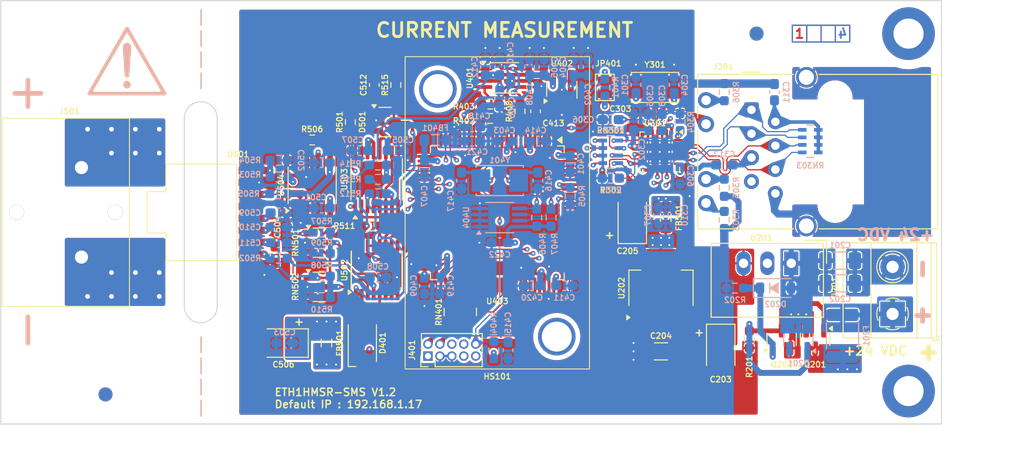
<source format=kicad_pcb>
(kicad_pcb (version 20240108) (generator "pcbnew") (generator_version "8.0")
  (layers (0 "F.Cu" signal) (1 "In1.Cu" signal) (2 "In2.Cu" signal) (31 "B.Cu" signal) (34 "B.Paste" user) (35 "F.Paste" user) (36 "B.SilkS" user "B.Silkscreen") (37 "F.SilkS" user "F.Silkscreen") (38 "B.Mask" user) (39 "F.Mask" user) (44 "Edge.Cuts" user))
  (net 0 "")
  (net 1 "Net-(D201-K)")
  (net 2 "GND")
  (net 3 "+5V")
  (net 4 "+3.3V")
  (net 5 "Net-(U301-XTAL1{slash}CLKIN)")
  (net 6 "Net-(U301-VDDCR)")
  (net 7 "Net-(U301-XTAL2)")
  (net 8 "VCCQ")
  (net 9 "/MCU/NRST")
  (net 10 "VDDA")
  (net 11 "+5VL")
  (net 12 "+2V5")
  (net 13 "Net-(D201-A)")
  (net 15 "Net-(D202-K)")
  (net 16 "Net-(D401-RK)")
  (net 17 "Net-(D401-GK)")
  (net 18 "Net-(D401-BK)")
  (net 19 "Net-(J201-Pin_1)")
  (net 20 "Net-(Q201-D)")
  (net 21 "/Ethernet/ETH_TXP")
  (net 22 "/Ethernet/ETH_TXN")
  (net 23 "/Ethernet/ETH_RXP")
  (net 24 "/Ethernet/ETH_RXN")
  (net 26 "Earth")
  (net 27 "Net-(J301-Pad9)")
  (net 28 "/Ethernet/LED1")
  (net 29 "Net-(J301-Pad11)")
  (net 30 "/Ethernet/LED2")
  (net 31 "/MCU/TMS_SWDIO")
  (net 32 "/MCU/TCK_SWCLK")
  (net 37 "/MCU/MCU_DEF")
  (net 38 "/Ethernet/MODE0")
  (net 39 "/Ethernet/RMII_RXD0")
  (net 40 "/Ethernet/MODE1")
  (net 41 "/Ethernet/RMII_RXD1")
  (net 42 "Net-(U301-RXER{slash}PHYAD0)")
  (net 43 "/Ethernet/MODE2")
  (net 44 "/Ethernet/RMII_CRS_DV")
  (net 45 "/Ethernet/REFCLK0")
  (net 46 "/Ethernet/REF_CLK")
  (net 47 "/Ethernet/RMII_MDIO")
  (net 48 "Net-(U301-RBIAS)")
  (net 49 "/MCU/I2C1_SDA")
  (net 50 "/MCU/I2C1_SCL")
  (net 51 "Net-(U501-Veocd)")
  (net 52 "/Current/OCD_EXT")
  (net 53 "/Current/OCD_INT")
  (net 54 "/MCU/LED_RED")
  (net 55 "/MCU/LED_GREEN")
  (net 56 "/MCU/LED_BLUE")
  (net 59 "/Ethernet/RMII_MDC")
  (net 60 "/Ethernet/RMII_TXEN")
  (net 61 "/Ethernet/RMII_TXD0")
  (net 62 "/Ethernet/RMII_TXD1")
  (net 63 "Net-(D501-K-Pad3)")
  (net 64 "/MCU/EEPROM_nWP")
  (net 65 "Net-(J501-Pin_1)")
  (net 66 "Net-(J501-Pin_2)")
  (net 68 "Net-(U501-Vout)")
  (net 69 "Net-(R506-Pad1)")
  (net 70 "Net-(R507-Pad1)")
  (net 73 "/Current/MCU_ZOFFS")
  (net 74 "/Current/MCU_G1")
  (net 75 "/Current/MCU_G10")
  (net 76 "/Current/MCU_G100")
  (net 77 "Net-(R513-Pad2)")
  (net 78 "+3.3VADC")
  (net 79 "Net-(U503-Pad14)")
  (net 80 "Net-(R501-Pad1)")
  (net 86 "VDD")
  (net 87 "/MCU/VOUTN")
  (net 88 "/MCU/VOUTP")
  (net 89 "Net-(U403-PH0)")
  (net 90 "Net-(U403-PH1)")
  (net 91 "Net-(C419-Pad1)")
  (net 92 "Net-(U403-BOOT0)")
  (net 140 "/Current/VOUT")
  (net 144 "Net-(U401--IN1)")
  (net 145 "Net-(U401-OUT2)")
  (net 146 "Net-(U502D--)")
  (net 147 "Net-(U502C--)")
  (net 148 "Net-(U502A--)")
  (net 149 "Net-(U502B-+)")
  (net 150 "Net-(U502A-+)")
  (net 151 "Net-(C420-Pad1)")
  (net 152 "Net-(R512-Pad2)")
  (footprint "Package_TO_SOT_SMD:SOT-23" (layer "F.Cu") (at 133.858 90.424)
    (property "Reference" "RN502")
    (property "Value" "MPMT2003AT5")
  )
  (footprint "Package_SO:TSSOP-16_4.4x5mm_P0.65mm" (layer "F.Cu") (at 139.954 78.994 90)
    (property "Reference" "U503")
    (property "Value" "DG412LEDQ")
  )
  (footprint "Resistor_SMD:R_0603_1608Metric_Pad0.98x0.95mm_HandSolder" (layer "F.Cu") (at 155.194 71.755 -90)
    (property "Reference" "R408")
    (property "Value" "0")
  )
  (footprint "TerminalBlock_Phoenix:TerminalBlock_Phoenix_MKDS-1,5-2_1x02_P5.00mm_Horizontal" (layer "F.Cu") (at 194.8 93.3 90)
    (property "Reference" "J201")
    (property "Value" "1715721")
  )
  (footprint "Capacitor_SMD:C_0603_1608Metric_Pad1.08x0.95mm_HandSolder" (layer "F.Cu") (at 139.7 68.961 -90)
    (property "Reference" "C512")
    (property "Value" "DNP")
  )
  (footprint "Inductor_SMD:L_0805_2012Metric_Pad1.05x1.20mm_HandSolder" (layer "F.Cu") (at 170.688 83.058 -90)
    (property "Reference" "FB301")
    (property "Value" "742792031")
  )
  (footprint "LED_SMD:LED_Avago_PLCC4_3.2x2.8mm_CW" (layer "F.Cu") (at 138.43 96.393 90)
    (property "Reference" "D401")
    (property "Value" "ASMB-MTB1-0B3A2")
  )
  (footprint "Resistor_SMD:R_Array_Concave_4x0603" (layer "F.Cu") (at 148.844 93.091 -90)
    (property "Reference" "RN401")
    (property "Value" "EXB-V8V102JV")
  )
  (footprint "Capacitor_SMD:C_1206_3216Metric_Pad1.33x1.80mm_HandSolder" (layer "F.Cu") (at 170.18 97.282 180)
    (property "Reference" "C204")
    (property "Value" "10u")
  )
  (footprint "ETH1HMSR-SMS:Symbol_Attention_Triangle_8x7mm_Copper" (layer "F.Cu") (at 113.411 66.421)
    (property "Reference" "SYM501" (hide yes))
    (property "Value" "Warining Top" (hide yes))
  )
  (footprint "Connector_RJ:RJ45_Wuerth_7499010121A_Horizontal" (layer "F.Cu") (at 179.8 71.6)
    (property "Reference" "J301")
    (property "Value" "RJ45_Wuerth_7499010121A")
  )
  (footprint "Package_TO_SOT_SMD:SOT-23" (layer "F.Cu") (at 186.563 96.012 -90)
    (property "Reference" "Q201")
    (property "Value" "SI5618A")
  )
  (footprint "Capacitor_SMD:C_0603_1608Metric_Pad1.08x0.95mm_HandSolder" (layer "F.Cu") (at 129.159 86.995 -90)
    (property "Reference" "C504")
    (property "Value" "0.1u")
  )
  (footprint "MountingHole:MountingHole_3.2mm_M3_DIN965_Pad" (layer "F.Cu") (at 196.5 63.5)
    (property "Reference" "H103" (hide yes))
    (property "Value" "M3")
  )
  (footprint "Fiducial:Fiducial_1.5mm_Mask3mm" (layer "F.Cu") (at 111.125 101.854)
    (property "Reference" "FID101" (hide yes))
    (property "Value" "Fiducial")
  )
  (footprint "Capacitor_Tantalum_SMD:CP_EIA-3528-21_Kemet-B_Pad1.50x2.35mm_HandSolder" (layer "F.Cu") (at 130.048 96.393 180)
    (property "Reference" "C506")
    (property "Value" "22u")
  )
  (footprint "Resistor_SMD:R_0603_1608Metric_Pad0.98x0.95mm_HandSolder" (layer "F.Cu") (at 164.846 78.867)
    (property "Reference" "R302")
    (property "Value" "1k5")
  )
  (footprint "Package_SO:SOIC-8_3.9x4.9mm_P1.27mm" (layer "F.Cu") (at 133.096 79.629 90)
    (property "Reference" "U504")
    (property "Value" "DG419LEDY")
  )
  (footprint "Capacitor_SMD:C_0603_1608Metric_Pad1.08x0.95mm_HandSolder" (layer "F.Cu") (at 164.846 72.644 180)
    (property "Reference" "C303")
    (property "Value" "470p")
  )
  (footprint "ETH1HMSR-SMS:NX5032GA" (layer "F.Cu") (at 169.545 69.215 180)
    (property "Reference" "Y301")
    (property "Value" "NX5032GA-25")
  )
  (footprint "ETH1HMSR-SMS:1710072" (layer "F.Cu") (at 107.3 82.5 -90)
    (property "Reference" "J501")
    (property "Value" "1710072")
  )
  (footprint "Inductor_SMD:L_0805_2012Metric_Pad1.05x1.20mm_HandSolder" (layer "F.Cu") (at 134.62 96.393 90)
    (property "Reference" "FB501")
    (property "Value" "742792031")
  )
  (footprint "Connector_PinHeader_1.27mm:PinHeader_2x05_P1.27mm_Vertical" (layer "F.Cu") (at 145.405 97.78 90)
    (property "Reference" "J401")
    (property "Value" "20021111-00010T4LF")
  )
  (footprint "MountingHole:MountingHole_3.2mm_M3_DIN965" (layer "F.Cu") (at 103.5 63.5)
    (property "Reference" "H101" (hide yes))
    (property "Value" "M3")
  )
  (footprint "Package_QFP:LQFP-100_14x14mm_P0.5mm" (layer "F.Cu") (at 152.781 82.55 -90)
    (property "Reference" "U403")
    (property "Value" "STM32H743VITx")
  )
  (footprint "MountingHole:MountingHole_3.2mm_M3_DIN965_Pad" (layer "F.Cu") (at 196.5 101.5)
    (property "Reference" "H104" (hide yes))
    (property "Value" "M3")
  )
  (footprint "MountingHole:MountingHole_3.2mm_M3_DIN965" (layer "F.Cu") (at 103.5 101.5)
    (property "Reference" "H102" (hide yes))
    (property "Value" "M3")
  )
  (footprint "Resistor_SMD:R_0603_1608Metric_Pad0.98x0.95mm_HandSolder" (layer "F.Cu") (at 152.019 70.993 180)
    (property "Reference" "R403")
    (property "Value" "0")
  )
  (footprint "Package_TO_SOT_SMD:SOT-23" (layer "F.Cu") (at 140.843 72.898)
    (property "Reference" "D501")
    (property "Value" "BAV199")
  )
  (footprint "Package_DFN_QFN:VQFN-24-1EP_4x4mm_P0.5mm_EP2.5x2.5mm_ThermalVias" (layer "F.Cu") (at 170.053 76.073 -90)
    (property "Reference" "U301")
    (property "Value" "LAN8742A")
  )
  (footprint "Resistor_SMD:R_0603_1608Metric_Pad0.98x0.95mm_HandSolder" (layer "F.Cu") (at 152.019 72.517 180)
    (property "Reference" "R402")
    (property "Value" "0")
  )
  (footprint "Package_TO_SOT_SMD:SOT-223-3_TabPin2" (layer "F.Cu") (at 170.18 90.551 90)
    (property "Reference" "U202")
    (property "Value" "LM1117MP-3.3/NOPB")
  )
  (footprint "ETH1HMSR-SMS:960-19-12-S-AB-0" (layer "F.Cu") (at 152.781 82.55 90)
    (property "Reference" "HS101")
    (property "Value" "960-19-12-S-AB-0")
  )
  (footprint "Resistor_SMD:R_0603_1608Metric_Pad0.98x0.95mm_HandSolder" (layer "F.Cu") (at 179.578 96.012 -90)
    (property "Reference" "R201")
    (property "Value" "100k")
  )
  (footprint "ETH1HMSR-SMS:HMSR-SMS" (layer "F.Cu") (at 121.3 82.5 -90)
    (property "Reference" "U501")
    (property "Value" "HMSR-SMS")
  )
  (footprint "Package_TO_SOT_SMD:SOT-23" (layer "F.Cu") (at 183.007 96.012 90)
    (property "Reference" "Q202")
    (property "Value" "MMBT3904")
  )
  (footprint "Resistor_SMD:R_0603_1608Metric_Pad0.98x0.95mm_HandSolder" (layer "F.Cu") (at 137.16 72.898 90)
    (property "Reference" "R501")
    (property "Value" "100k")
  )
  (footprint "Package_TO_SOT_SMD:SOT-23" (layer "F.Cu") (at 133.858 85.725)
    (property "Reference" "RN501")
    (property "Value" "MPMT2003AT5")
  )
  (footprint "Resistor_SMD:R_Array_Concave_4x0603" (layer "F.Cu") (at 164.846 76.073)
    (property "Reference" "RN301")
    (property "Value" "EXB-V8V330JV")
  )
  (footprint "Resistor_SMD:R_0603_1608Metric_Pad0.98x0.95mm_HandSolder" (layer "F.Cu") (at 133.096 74.803)
    (property "Reference" "R506")
    (property "Value" "0")
  )
  (footprint "Capacitor_Tantalum_SMD:CP_EIA-3528-21_Kemet-B_Pad1.50x2.35mm_HandSolder" (layer "F.Cu") (at 176.53 97.028 -90)
    (property "Reference" "C203")
    (property "Value" "22u")
  )
  (footprint "Jumper:SolderJumper-2_P1.3mm_Open_Pad1.0x1.5mm" (layer "F.Cu") (at 164.211 69.215 -90)
    (property "Reference" "JP401")
    (property "Value" "Open")
  )
  (footprint "Package_SO:MSOP-8_3x3mm_P0.65mm" (layer "F.Cu") (at 153.543 68.199)
    (property "Reference" "U401")
    (property "Value" "LT6350xMS8")
  )
  (footprint "Capacitor_SMD:C_0603_1608Metric_Pad1.08x0.95mm_HandSolder" (layer "F.Cu") (at 156.845 71.755 90)
    (property "Reference" "C413")
    (property "Value" "DNP")
  )
  (footprint "Package_TO_SOT_SMD:SOT-23-5_HandSoldering" (layer "F.Cu") (at 159.639 69.469 90)
    (property "Reference" "U402")
    (property "Value" "REF2033AIDDCT")
  )
  (footprint "Capacitor_Tantalum_SMD:CP_EIA-3528-21_Kemet-B_Pad1.50x2.35mm_HandSolder" (layer "F.Cu") (at 167.132 83.185 90)
    (property "Reference" "C205")
    (property "Value" "22u")
  )
  (footprint "Resistor_SMD:R_0603_1608Metric_Pad0.98x0.95mm_HandSolder" (layer "F.Cu") (at 139.446 83.947 180)
    (property "Reference" "R511")
    (property "Value" "100k/0.1%")
  )
  (footprint "Resistor_SMD:R_0603_1608Metric_Pad0.98x0.95mm_HandSolder" (layer "F.Cu") (at 141.986 68.961 90)
    (property "Reference" "R515")
    (property "Value" "0")
  )
  (footprint "Converter_DCDC:Converter_DCDC_TRACO_TSR-1_THT" (layer "F.Cu") (at 184.0325 87.9175 180)
    (property "Reference" "U201")
    (property "Value" "TSR_1-2450")
  )
  (footprint "Fiducial:Fiducial_1.5mm_Mask3mm" (layer "F.Cu") (at 180.34 63.5)
    (property "Reference" "FID102" (hide yes))
    (property "Value" "Fiducial")
  )
  (footprint "Package_SO:SSOP-16_3.9x4.9mm_P0.635mm" (layer "F.Cu") (at 139.954 88.646 90)
    (property "Reference" "U502")
    (property "Value" "OPA4340EA")
  )
  (footprint "Resistor_SMD:R_0603_1608Metric_Pad0.98x0.95mm_HandSolder" (layer "B.Cu") (at 134.112 89.281)
    (property "Reference" "R508")
    (property "Value" "100k/0.1%")
  )
  (footprint "Capacitor_SMD:C_0603_1608Metric_Pad1.08x0.95mm_HandSolder" (layer "B.Cu") (at 130.175 96.393 180)
    (property "Reference" "C503")
    (property "Value" "0.1u")
  )
  (footprint "Capacitor_SMD:C_0603_1608Metric_Pad1.08x0.95mm_HandSolder" (layer "B.Cu") (at 151.511 67.056 90)
    (property "Reference" "C412")
    (property "Value" "1u")
  )
  (footprint "Capacitor_SMD:C_1206_3216Metric_Pad1.33x1.80mm_HandSolder" (layer "B.Cu") (at 189.23 87.63)
    (property "Reference" "C201")
    (property "Value" "10u/50V")
  )
  (footprint "Fiducial:Fiducial_1.5mm_Mask3mm" (layer "B.Cu") (at 111.125 101.854 180)
    (property "Reference" "FID103" (hide yes))
    (property "Value" "Fiducial")
  )
  (footprint "Resistor_SMD:R_0603_1608Metric_Pad0.98x0.95mm_HandSolder" (layer "B.Cu") (at 158.496 83.058 90)
    (property "Reference" "R407")
    (property "Value" "4k7")
  )
  (footprint "Capacitor_SMD:C_0603_1608Metric_Pad1.08x0.95mm_HandSolder" (layer "B.Cu") (at 153.543 74.93 180)
    (property "Reference" "C403")
    (property "Value" "0.1u")
  )
  (footprint "Capacitor_SMD:C_1206_3216Metric_Pad1.33x1.80mm_HandSolder" (layer "B.Cu") (at 189.23 90.043)
    (property "Reference" "C202")
    (property "Value" "4u7/50V")
  )
  (footprint "Capacitor_SMD:C_0603_1608Metric_Pad1.08x0.95mm_HandSolder" (layer "B.Cu") (at 141.986 75.946)
    (property "Reference" "C505")
    (property "Value" "0.1u")
  )
  (footprint "Resistor_SMD:R_0603_1608Metric_Pad0.98x0.95mm_HandSolder" (layer "B.Cu") (at 176.911 83.312 -90)
    (property "Reference" "R303")
    (property "Value" "10k")
  )
  (footprint "Capacitor_SMD:C_0603_1608Metric_Pad1.08x0.95mm_HandSolder" (layer "B.Cu") (at 170.307 72.898 90)
    (property "Reference" "C308")
    (property "Value" "0.1u")
  )
  (footprint "Resistor_SMD:R_0603_1608Metric_Pad0.98x0.95mm_HandSolder" (layer "B.Cu") (at 129.5 80.518 180)
    (property "Reference" "R505")
    (property "Value" "10k")
  )
  (footprint "Capacitor_SMD:C_0603_1608Metric_Pad1.08x0.95mm_HandSolder" (layer "B.Cu") (at 150.114 73.406)
    (property "Reference" "C418")
    (property "Value" "10u")
  )
  (footprint "Resistor_SMD:R_Array_Concave_4x0603" (layer "B.Cu") (at 186.055 74.93)
    (property "Reference" "RN303")
    (property "Value" "EXB-38V510JV")
  )
  (footprint "Capacitor_SMD:C_0603_1608Metric_Pad1.08x0.95mm_HandSolder" (layer "B.Cu") (at 153.035 67.056 90)
    (property "Reference" "C410")
    (property "Value" "0.1u")
  )
  (footprint "Capacitor_SMD:C_0603_1608Metric_Pad1.08x0.95mm_HandSolder" (layer "B.Cu") (at 168.783 72.898 90)
    (property "Reference" "C305")
    (property "Value" "1u")
  )
  (footprint "Capacitor_SMD:C_0603_1608Metric_Pad1.08x0.95mm_HandSolder" (layer "B.Cu") (at 160.528 77.343 -90)
    (property "Reference" "C401")
    (property "Value" "0.1u")
  )
  (footprint "Capacitor_SMD:C_0603_1608Metric_Pad1.08x0.95mm_HandSolder" (layer "B.Cu") (at 134.112 82.042 180)
    (property "Reference" "C501")
    (property "Value" "0.1u")
  )
  (footprint "Resistor_SMD:R_0603_1608Metric_Pad0.98x0.95mm_HandSolder" (layer "B.Cu") (at 176.911 79.883 -90)
    (property "Reference" "R305")
    (property "Value" "560")
  )
  (footprint "ETH1HMSR-SMS:NX5032GA" (layer "B.Cu") (at 153.035 79.121 180)
    (property "Reference" "Y401")
    (property "Value" "NX5032GA-16")
  )
  (footprint "Resistor_SMD:R_0603_1608Metric_Pad0.98x0.95mm_HandSolder" (layer "B.Cu") (at 156.972 83.058 90)
    (property "Reference" "R406")
    (property "Value" "4k7")
  )
  (footprint "Resistor_SMD:R_0603_1608Metric_Pad0.98x0.95mm_HandSolder" (layer "B.Cu") (at 129.54 87.376)
    (property "Reference" "R502")
    (property "Value" "10k")
  )
  (footprint "Resistor_SMD:R_0603_1608Metric_Pad0.98x0.95mm_HandSolder" (layer "B.Cu") (at 140.081 78.994)
    (property "Reference" "R513")
    (property "Value" "18k/0.05%")
  )
  (footprint "Diode_SMD:D_SOD-123" (layer "B.Cu") (at 182.362 90.551)
    (property "Reference" "D202")
    (property "Value" "1N4148W")
  )
  (footprint "Capacitor_SMD:C_0603_1608Metric_Pad1.08x0.95mm_HandSolder" (layer "B.Cu") (at 129.54 84.074)
    (property "Reference" "C510")
    (property "Value" "4n7")
  )
  (footprint "Package_TO_SOT_SMD:SOT-23" (layer "B.Cu") (at 184.785 96.077 90)
    (property "Reference" "D201")
    (property "Value" "BZX84C10LT1G")
  )
  (footprint "Resistor_SMD:R_0603_1608Metric_Pad0.98x0.95mm_HandSolder" (layer "B.Cu") (at 134.112 84.582)
    (property "Reference" "R507")
    (property "Value" "100k/0.1%")
  )
  (footprint "Capacitor_SMD:C_0603_1608Metric_Pad1.08x0.95mm_HandSolder" (layer "B.Cu") (at 140.081 89.408)
    (property "Reference" "C508")
    (property "Value" "0.1u")
  )
  (footprint "Capacitor_SMD:C_0603_1608Metric_Pad1.08x0.95mm_HandSolder" (layer "B.Cu") (at 157.099 79.121 -90)
    (property "Reference" "C416")
    (property "Value" "8p")
  )
  (footprint "Capacitor_SMD:C_0603_1608Metric_Pad1.08x0.95mm_HandSolder" (layer "B.Cu") (at 145.034 90.297 -90)
    (property "Reference" "C409")
    (property "Value" "0.1u")
  )
  (footprint "Capacitor_SMD:C_0603_1608Metric_Pad1.08x0.95mm_HandSolder" (layer "B.Cu") (at 150.114 74.93)
    (property "Reference" "C421")
    (property "Value" "0.1u")
  )
  (footprint "Capacitor_SMD:C_0603_1608Metric_Pad1.08x0.95mm_HandSolder" (layer "B.Cu") (at 145.034 77.851 -90)
    (property "Reference" "C407")
    (property "Value" "0.1u")
  )
  (footprint "Capacitor_SMD:C_0603_1608Metric_Pad1.08x0.95mm_HandSolder" (layer "B.Cu") (at 169.926 82.804 -90)
    (property "Reference" "C307")
    (property "Value" "1u")
  )
  (footprint "Capacitor_SMD:C_0603_1608Metric_Pad1.08x0.95mm_HandSolder" (layer "B.Cu") (at 146.685 90.297 -90)
    (property "Reference" "C419")
    (property "Value" "2u2")
  )
  (footprint "Capacitor_SMD:C_0603_1608Metric_Pad1.08x0.95mm_HandSolder" (layer "B.Cu") (at 157.734 67.056 90)
    (property "Reference" "C405")
    (property "Value" "0.1u")
  )
  (footprint "Capacitor_SMD:C_0603_1608Metric_Pad1.08x0.95mm_HandSolder" (layer "B.Cu") (at 171.577 68.961 90)
    (property "Reference" "C304")
    (property "Value" "8p")
  )
  (footprint "Resistor_SMD:R_0603_1608Metric_Pad0.98x0.95mm_HandSolder" (layer "B.Cu") (at 178.054 90.551 180)
    (property "Reference" "R202")
    (property "Value" "100k")
  )
  (footprint "Resistor_SMD:R_0603_1608Metric_Pad0.98x0.95mm_HandSolder" (layer "B.Cu") (at 164.211 69.215 -90)
    (property "Reference" "R401")
    (property "Value" "10k")
  )
  (footprint "Capacitor_SMD:C_0603_1608Metric_Pad1.08x0.95mm_HandSolder" (layer "B.Cu") (at 156.21 67.056 90)
    (property "Reference" "C408")
    (property "Value" "1u")
  )
  (footprint "Resistor_SMD:R_0603_1608Metric_Pad0.98x0.95mm_HandSolder" (layer "B.Cu") (at 160.528 80.772 -90)
    (property "Reference" "R405")
    (property "Value" "0")
  )
  (footprint "Package_SO:MSOP-8_3x3mm_P0.65mm" (layer "B.Cu") (at 153.035 83.058)
    (property "Reference" "U404")
    (property "Value" "24LC08B-E/MS")
  )
  (footprint "Resistor_SMD:R_0603_1608Metric_Pad0.98x0.95mm_HandSolder" (layer "B.Cu") (at 140.081 80.518)
    (property "Reference" "R512")
    (property "Value" "180k/0.05%")
  )
  (footprint "Fiducial:Fiducial_1.5mm_Mask3mm" (layer "B.Cu") (at 180.34 63.5 180)
    (property "Reference" "FID104" (hide yes))
    (property "Value" "Fiducial")
  )
  (footprint "Capacitor_SMD:C_0603_1608Metric_Pad1.08x0.95mm_HandSolder" (layer "B.Cu") (at 129.54 85.725)
    (property "Reference" "C511")
    (property "Value" "4n7")
  )
  (footprint "Capacitor_SMD:C_0603_1608Metric_Pad1.08x0.95mm_HandSolder" (layer "B.Cu") (at 134.112 77.216 180)
    (property "Reference" "C502")
    (property "Value" "0.1u")
  )
  (footprint "Capacitor_SMD:C_0603_1608Metric_Pad1.08x0.95mm_HandSolder" (layer "B.Cu") (at 153.035 70.358 -90)
    (property "Reference" "C406")
    (property "Value" "0.1u")
  )
  (footprint "Capacitor_SMD:C_0603_1608Metric_Pad1.08x0.95mm_HandSolder" (layer "B.Cu") (at 176.911 77.47 180)
    (property "Reference" "C312")
    (property "Value" "0.1u")
  )
  (footprint "Capacitor_SMD:C_0603_1608Metric_Pad1.08x0.95mm_HandSolder" (layer "B.Cu") (at 159.893 90.297)
    (property "Reference" "C411")
    (property "Value" "0.1u")
  )
  (footprint "ETH1HMSR-SMS:Symbol_Attention_Triangle_8x7mm_Copper" (layer "B.Cu") (at 113.411 66.421 180)
    (property "Reference" "SYM502" (hide yes))
    (property "Value" "Warning Bottom" (hide yes))
  )
  (footprint "Capacitor_SMD:C_0603_1608Metric_Pad1.08x0.95mm_HandSolder" (layer "B.Cu") (at 138.176 75.946 180)
    (property "Reference" "C507")
    (property "Value" "0.1u")
  )
  (footprint "Capacitor_SMD:C_0603_1608Metric_Pad1.08x0.95mm_HandSolder" (layer "B.Cu") (at 156.464 90.297 180)
    (property "Reference" "C420")
    (property "Value" "2u2")
  )
  (footprint "Capacitor_SMD:C_0603_1608Metric_Pad1.08x0.95mm_HandSolder" (layer "B.Cu") (at 182.245 69.723 90)
    (property "Reference" "C311")
    (property "Value" "0.1u")
  )
  (footprint "Capacitor_SMD:C_0603_1608Metric_Pad1.08x0.95mm_HandSolder" (layer "B.Cu") (at 172.212 78.613 -90)
    (property "Reference" "C309")
    (property "Value" "0.1u")
  )
  (footprint "Capacitor_SMD:C_0603_1608Metric_Pad1.08x0.95mm_HandSolder" (layer "B.Cu") (at 153.924 97.155 -90)
    (property "Reference" "C415")
    (property "Value" "0.1u")
  )
  (footprint "Capacitor_SMD:C_0603_1608Metric_Pad1.08x0.95mm_HandSolder" (layer "B.Cu") (at 164.846 72.644 180)
    (property "Reference" "C306")
    (property "Value" "1u")
  )
  (footprint "Capacitor_SMD:C_0603_1608Metric_Pad1.08x0.95mm_HandSolder" (layer "B.Cu") (at 157.099 74.93)
    (property "Reference" "C414")
    (property "Value" "1u")
  )
  (footprint "Inductor_SMD:L_0805_2012Metric_Pad1.05x1.20mm_HandSolder" (layer "B.Cu") (at 146.177 74.803 180)
    (property "Reference" "FB401")
    (property "Value" "742792031")
  )
  (footprint "Resistor_SMD:R_0603_1608Metric_Pad0.98x0.95mm_HandSolder" (layer "B.Cu") (at 140.081 77.47 180)
    (property "Reference" "R514")
    (property "Value" "2k/0.05%")
  )
  (footprint "Capacitor_SMD:C_0603_1608Metric_Pad1.08x0.95mm_HandSolder" (layer "B.Cu") (at 162.433 67.056 90)
    (property "Reference" "C402")
    (property "Value" "1u")
  )
  (footprint "Capacitor_SMD:C_0603_1608Metric_Pad1.08x0.95mm_HandSolder" (layer "B.Cu") (at 167.513 68.961 90)
    (property "Reference" "C301")
    (property "Value" "8p")
  )
  (footprint "Resistor_SMD:R_0603_1608Metric_Pad0.98x0.95mm_HandSolder" (layer "B.Cu") (at 129.54 78.74 180)
    (property "Reference" "R503")
    (property "Value" "30k")
  )
  (footprint "Capacitor_SMD:C_0603_1608Metric_Pad1.08x0.95mm_HandSolder" (layer "B.Cu") (at 148.971 79.121 -90)
    (property "Reference" "C417")
    (property "Value" "8p")
  )
  (footprint "Resistor_SMD:R_0603_1608Metric_Pad0.98x0.95mm_HandSolder" (layer "B.Cu") (at 172.212 72.898 -90)
    (property "Reference" "R304")
    (property "Value" "12k1")
  )
  (footprint "Resistor_SMD:R_Array_Concave_4x0603" (layer "B.Cu") (at 164.846 76.073 180)
    (property "Reference" "RN302")
    (property "Value" "EXB-V8V103JV")
  )
  (footprint "Capacitor_SMD:C_0603_1608Metric_Pad1.08x0.95mm_HandSolder" (layer "B.Cu") (at 160.909 67.056 90)
    (property "Reference" "C404")
    (property "Value" "0.1u")
  )
  (footprint "Resistor_SMD:R_0603_1608Metric_Pad0.98x0.95mm_HandSolder" (layer "B.Cu") (at 129.54 76.962)
    (property "Reference" "R504")
    (property "Value" "10k")
  )
  (footprint "Resistor_SMD:R_0603_1608Metric_Pad0.98x0.95mm_HandSolder" (layer "B.Cu") (at 134.112 91.567 180)
    (property "Reference" "R510")
    (property "Value" "258k/0.1%")
  )
  (footprint "Resistor_SMD:R_0603_1608Metric_Pad0.98x0.95mm_HandSolder" (layer "B.Cu") (at 176.911 69.723 90)
    (property "Reference" "R306")
    (property "Value" "560")
  )
  (footprint "Resistor_SMD:R_0603_1608Metric_Pad0.98x0.95mm_HandSolder" (layer "B.Cu") (at 164.846 78.867)
    (property "Reference" "R301")
    (property "Value" "10k")
  )
  (footprint "Capacitor_SMD:C_0603_1608Metric_Pad1.08x0.95mm_HandSolder" (layer "B.Cu") (at 129.54 82.55)
    (property "Reference" "C509")
    (property "Value" "4n7")
  )
  (footprint "Resistor_SMD:R_0603_1608Metric_Pad0.98x0.95mm_HandSolder" (layer "B.Cu") (at 152.4 97.155 90)
    (property "Reference" "R404")
    (property "Value" "10k")
  )
  (footprint "Capacitor_SMD:C_0603_1608Metric_Pad1.08x0.95mm_HandSolder" (layer "B.Cu") (at 171.45 82.804 -90)
    (property "Reference" "C310")
    (property "Value" "0.1u")
  )
  (footprint "Capacitor_SMD:C_0603_1608Metric_Pad1.08x0.95mm_HandSolder" (layer "B.Cu") (at 153.035 85.725)
    (property "Reference" "C422")
    (property "Value" "0.1u")
  )
  (footprint "Resistor_SMD:R_0603_1608Metric_Pad0.98x0.95mm_HandSolder" (layer "B.Cu") (at 134.112 86.868 180)
    (property "Reference" "R509")
    (property "Value" "258k/0.1%")
  )
  (footprint "Capacitor_SMD:C_0603_1608Metric_Pad1.08x0.95mm_HandSolder" (layer "B.Cu") (at 167.259 72.898 90)
    (property "Reference" "C302")
    (property "Value" "0.1u")
  )
  (footprint "Fuse:Fuse_1812_4532Metric_Pad1.30x3.40mm_HandSolder" (layer "B.Cu") (at 189.484 95.631 -90)
    (property "Reference" "F201")
    (property "Value" "1812L075/33DR")
  )
  (gr_line (start 182.626 90.043) (end 182.626 91.059) (stroke (width 0.15)) (layer "B.SilkS"))
  (gr_line (start 181.737 90.551) (end 182.626 90.043) (stroke (width 0.15)) (layer "B.SilkS"))
  (gr_line (start 182.245 90.424) (end 182.245 90.678) (stroke (width 0.15)) (layer "B.SilkS"))
  (gr_line (start 182.245 90.678) (end 182.118 90.551) (stroke (width 0.15)) (layer "B.SilkS"))
  (gr_line (start 181.991 90.551) (end 182.245 90.424) (stroke (width 0.15)) (layer "B.SilkS"))
  (gr_line (start 182.372 90.297) (end 182.372 90.805) (stroke (width 0.15)) (layer "B.SilkS"))
  (gr_line (start 197.358 93.472) (end 198.628 93.472) (stroke (width 0.5)) (layer "B.SilkS"))
  (gr_line (start 102.87 68.453) (end 102.87 71.247) (stroke (width 0.5)) (layer "B.SilkS"))
  (gr_line (start 181.737 90.043) (end 181.737 91.059) (stroke (width 0.15)) (layer "B.SilkS"))
  (gr_line (start 182.499 90.17) (end 182.499 90.932) (stroke (width 0.15)) (layer "B.SilkS"))
  (gr_line (start 121.285 69.342) (end 121.285 60.96) (stroke (width 0.15) (type dash)) (layer "B.SilkS"))
  (gr_line (start 181.864 90.551) (end 182.372 90.297) (stroke (width 0.15)) (layer "B.SilkS"))
  (gr_line (start 102.87 93.599) (end 102.87 96.393) (stroke (width 0.5)) (layer "B.SilkS"))
  (gr_line (start 121.285 104.14) (end 121.285 95.758) (stroke (width 0.15) (type dash)) (layer "B.SilkS"))
  (gr_line (start 197.993 89.154) (end 197.993 87.884) (stroke (width 0.5)) (layer "B.SilkS"))
  (gr_line (start 182.626 91.059) (end 181.737 90.551) (stroke (width 0.15)) (layer "B.SilkS"))
  (gr_line (start 101.473 69.85) (end 104.267 69.85) (stroke (width 0.5)) (layer "B.SilkS"))
  (gr_line (start 182.372 90.805) (end 181.991 90.551) (stroke (width 0.15)) (layer "B.SilkS"))
  (gr_line (start 182.499 90.932) (end 181.864 90.551) (stroke (width 0.15)) (layer "B.SilkS"))
  (gr_line (start 197.993 94.107) (end 197.993 92.837) (stroke (width 0.5)) (layer "B.SilkS"))
  (gr_line (start 121.285 69.342) (end 121.285 60.96) (stroke (width 0.15) (type dash)) (layer "F.SilkS"))
  (gr_line (start 164.4015 84.963) (end 165.0365 84.963) (stroke (width 0.15)) (layer "F.SilkS"))
  (gr_line (start 101.473 69.85) (end 104.267 69.85) (stroke (width 0.5)) (layer "F.SilkS"))
  (gr_line (start 131.699 93.853) (end 131.699 94.488) (stroke (width 0.15)) (layer "F.SilkS"))
  (gr_line (start 102.87 71.247) (end 102.87 68.453) (stroke (width 0.5)) (layer "F.SilkS"))
  (gr_line (start 131.3815 94.1705) (end 132.0165 94.1705) (stroke (width 0.15)) (layer "F.SilkS"))
  (gr_line (start 121.285 104.14) (end 121.285 95.504) (stroke (width 0.15) (type dash)) (layer "F.SilkS"))
  (gr_line (start 164.719 84.6455) (end 164.719 85.2805) (stroke (width 0.15)) (layer "F.SilkS"))
  (gr_line (start 174.244 94.996) (end 174.244 95.631) (stroke (width 0.15)) (layer "F.SilkS"))
  (gr_line (start 198.628 98.044) (end 198.628 96.774) (stroke (width 0.5)) (layer "F.SilkS"))
  (gr_line (start 102.87 96.393) (end 102.87 93.599) (stroke (width 0.5)) (layer "F.SilkS"))
  (gr_line (start 197.993 97.409) (end 199.263 97.409) (stroke (width 0.5)) (layer "F.SilkS"))
  (gr_line (start 173.9265 95.3135) (end 174.5615 95.3135) (stroke (width 0.15)) (layer "F.SilkS"))
  (gr_line (start 123 92.484) (end 123 72.489) (stroke (width 0.1)) (layer "Edge.Cuts"))
  (gr_line (start 119.5 72.489) (end 119.5 92.484) (stroke (width 0.1)) (layer "Edge.Cuts"))
  (gr_rect (start 100 60) (end 200 105) (stroke (width 0.1)) (fill none) (layer "Edge.Cuts"))
  (gr_arc (start 119.5 72.489) (mid 121.25 70.739) (end 123 72.489) (stroke (width 0.1)) (layer "Edge.Cuts"))
  (gr_arc (start 123 92.484) (mid 121.25 94.234) (end 119.5 92.484) (stroke (width 0.1)) (layer "Edge.Cuts"))
  (gr_text "1" (at 184.912 63.5 0) (layer "F.Cu") (effects (font (size 1 1) (thickness 0.2))))
  (gr_text "4" (at 189.484 63.5 0) (layer "B.Cu") (effects (font (size 1 1) (thickness 0.2)) (justify mirror)))
  (gr_text "+24 VDC" (at 199.39 85.598 0) (layer "B.SilkS") (effects (font (size 1.2 1.2) (thickness 0.3) (bold yes)) (justify left bottom mirror)))
  (gr_text "+24 VDC" (at 189.484 97.79 0) (layer "F.SilkS") (effects (font (size 1 1) (thickness 0.2) (bold yes)) (justify left bottom)))
  (gr_text "CURRENT MEASUREMENT" (at 153.543 64.008 0) (layer "F.SilkS") (effects (font (size 1.5 1.5) (thickness 0.3) (bold yes)) (justify bottom)))
  (gr_text "ETH1HMSR-SMS V1.2\nDefault IP : 192.168.1.17" (at 129.032 103.378 0) (layer "F.SilkS") (effects (font (size 0.8 0.8) (thickness 0.15) (bold yes)) (justify left bottom)))
  (segment (start 190.246 64.389) (end 184.15 64.389) (width 0.127) (layer "F.Cu") (net 0))
  (segment (start 187.198 62.611) (end 187.198 64.389) (width 0.127) (layer "F.Cu") (net 0))
  (segment (start 188.722 62.611) (end 188.722 64.389) (width 0.127) (layer "F.Cu") (net 0))
  (segment (start 184.15 64.389) (end 184.15 62.611) (width 0.127) (layer "F.Cu") (net 0))
  (segment (start 184.15 62.611) (end 190.246 62.611) (width 0.127) (layer "F.Cu") (net 0))
  (segment (start 190.246 64.389) (end 190.246 62.611) (width 0.127) (layer "F.Cu") (net 0))
  (segment (start 185.674 64.389) (end 185.674 62.611) (width 0.127) (layer "F.Cu") (net 0))
  (segment (start 190.246 64.389) (end 184.15 64.389) (width 0.127) (layer "B.Cu") (net 0))
  (segment (start 184.15 64.389) (end 184.15 62.611) (width 0.127) (layer "B.Cu") (net 0))
  (segment (start 184.15 62.611) (end 190.246 62.611) (width 0.127) (layer "B.Cu") (net 0))
  (segment (start 187.198 62.611) (end 187.198 64.389) (width 0.127) (layer "B.Cu") (net 0))
  (segment (start 185.674 64.389) (end 185.674 62.611) (width 0.127) (layer "B.Cu") (net 0))
  (segment (start 190.246 64.389) (end 190.246 62.611) (width 0.127) (layer "B.Cu") (net 0))
  (segment (start 188.722 62.611) (end 188.722 64.389) (width 0.127) (layer "B.Cu") (net 0))
  (via (at 184.785 93.345) (size 0.5) (drill 0.2) (layers "F.Cu" "B.Cu") (net 1))
  (via (at 184.023 93.345) (size 0.5) (drill 0.2) (layers "F.Cu" "B.Cu") (net 1))
  (via (at 185.613 93.345) (size 0.5) (drill 0.2) (layers "F.Cu" "B.Cu") (net 1))
  (segment (start 158.281 88.265) (end 158.281 90.225) (width 0.127) (layer "F.Cu") (net 2))
  (segment (start 154.589586 76.103586) (end 154.716586 76.103586) (width 0.254) (layer "F.Cu") (net 2))
  (segment (start 158.711 77.05) (end 160.456 77.05) (width 0.127) (layer "F.Cu") (net 2))
  (segment (start 157.043 68.524) (end 155.6555 68.524) (width 0.127) (layer "F.Cu") (net 2))
  (segment (start 132.9205 85.8035) (end 132.842 85.725) (width 0.127) (layer "F.Cu") (net 2))
  (segment (start 128.651 89.154) (end 129.159 88.646) (width 0.127) (layer "F.Cu") (net 2))
  (segment (start 158.281 90.225) (end 158.281 91.655) (width 0.127) (layer "F.Cu") (net 2))
  (segment (start 132.9205 91.374) (end 132.9205 90.7565) (width 0.127) (layer "F.Cu") (net 2))
  (segment (start 157.48 68.961) (end 157.043 68.524) (width 0.127) (layer "F.Cu") (net 2))
  (segment (start 139.629 81.8565) (end 139.629 81.324293) (width 0.254) (layer "F.Cu") (net 2))
  (segment (start 132.461 77.154) (end 132.461 78.74) (width 0.127) (layer "F.Cu") (net 2))
  (segment (start 139.9032 72.7202) (end 139.9032 71.9503) (width 0.127) (layer "F.Cu") (net 2))
  (segment (start 139.9032 71.9503) (end 139.9055 71.948) (width 0.127) (layer "F.Cu") (net 2))
  (segment (start 128.016 89.154) (end 128.651 89.154) (width 0.127) (layer "F.Cu") (net 2))
  (segment (start 138.6745 87.3855) (end 139.0015 87.0585) (width 0.127) (layer "F.Cu") (net 2))
  (segment (start 154.281 75.795) (end 154.589586 76.103586) (width 0.254) (layer "F.Cu") (net 2))
  (segment (start 154.361 68.524) (end 155.6555 68.524) (width 0.127) (layer "F.Cu") (net 2))
  (segment (start 139.629 81.324293) (end 140.005939 80.947354) (width 0.254) (layer "F.Cu") (net 2))
  (segment (start 143.637 88.011) (end 143.676 88.05) (width 0.127) (layer "F.Cu") (net 2))
  (segment (start 139.0015 87.0585) (end 139.0015 86.046) (width 0.127) (layer "F.Cu") (net 2))
  (segment (start 132.9205 86.675) (end 132.9205 85.8035) (width 0.127) (layer "F.Cu") (net 2))
  (segment (start 158.281 91.655) (end 158.242 91.694) (width 0.127) (layer "F.Cu") (net 2))
  (segment (start 133.731 83.4898) (end 133.604 83.6168) (width 0.127) (layer "F.Cu") (net 2))
  (segment (start 143.256 76.962) (end 143.668 76.55) (width 0.127) (layer "F.Cu") (net 2))
  (segment (start 143.676 88.05) (end 145.106 88.05) (width 0.127) (layer "F.Cu") (net 2))
  (segment (start 126.38 79.325) (end 127.458 79.325) (width 0.762) (layer "F.Cu") (net 2))
  (segment (start 158.369 76.708) (end 158.711 77.05) (width 0.127) (layer "F.Cu") (net 2))
  (segment (start 154.281 74.875) (end 154.281 75.795) (width 0.254) (layer "F.Cu") (net 2))
  (segment (start 168.6175 97.282) (end 167.259 97.282) (width 0.127) (layer "F.Cu") (net 2))
  (segment (start 143.668 76.55) (end 145.106 76.55) (width 0.127) (layer "F.Cu") (net 2))
  (segment (start 132.842 85.725) (end 132.334 85.725) (width 0.127) (layer "F.Cu") (net 2))
  (segment (start 138.049 87.3855) (end 138.6745 87.3855) (width 0.127) (layer "F.Cu") (net 2))
  (segment (start 132.9205 90.7565) (end 132.588 90.424) (width 0.127) (layer "F.Cu") (net 2))
  (segment (start 140.279 81.220415) (end 140.005939 80.947354) (width 0.254) (layer "F.Cu") (net 2))
  (segment (start 129.159 88.646) (end 129.159 87.8575) (width 0.127) (layer "F.Cu") (net 2))
  (segment (start 139.6365 86.046) (end 139.0015 86.046) (width 0.254) (layer "F.Cu") (net 2))
  (segment (start 146.304 88.138) (end 146.216 88.05) (width 0.127) (layer "F.Cu") (net 2))
  (segment (start 146.216 88.05) (end 145.106 88.05) (width 0.127) (layer "F.Cu") (net 2))
  (segment (start 140.279 81.8565) (end 140.279 81.220415) (width 0.254) (layer "F.Cu") (net 2))
  (segment (start 157.48 69.088) (end 157.48 68.961) (width 0.127) (layer "F.Cu") (net 2))
  (segment (start 149.781 74.875) (end 149.781 76.025) (width 0.254) (layer "F.Cu") (net 2))
  (segment (start 133.731 82.104) (end 133.731 83.4898) (width 0.127) (layer "F.Cu") (net 2))
  (segment (start 159.639 69.469) (end 159.639 72.136) (width 0.127) (layer "F.Cu") (net 2))
  (segment (start 133.604 83.6168) (end 131.8768 83.6168) (width 0.127) (layer "F.Cu") (net 2))
  (segment (start 149.781 76.025) (end 149.352 76.454) (width 0.254) (layer "F.Cu") (net 2))
  (via (at 154.361 68.524) (size 0.5) (drill 0.2) (layers "F.Cu" "B.Cu") (net 2))
  (via (at 155.321 88.392) (size 0.5) (drill 0.2) (layers "F.Cu" "B.Cu") (net 2))
  (via (at 138.049 87.3855) (size 0.5) (drill 0.2) (layers "F.Cu" "B.Cu") (net 2))
  (via (at 159.639 69.469) (size 0.5) (drill 0.2) (layers "F.Cu" "B.Cu") (net 2))
  (via (at 158.369 76.708) (size 0.5) (drill 0.2) (layers "F.Cu" "B.Cu") (net 2))
  (via (at 146.304 88.138) (size 0.5) (drill 0.2) (layers "F.Cu" "B.Cu") (net 2))
  (via (at 150.876 85.725) (size 0.5) (drill 0.2) (layers "F.Cu" "B.Cu") (net 2))
  (via (at 150.9225 81.534) (size 0.5) (drill 0.2) (layers "F.Cu" "B.Cu") (net 2))
  (via (at 128.016 89.154) (size 0.5) (drill 0.2) (layers "F.Cu" "B.Cu") (net 2))
  (via (at 140.005939 80.947354) (size 0.5) (drill 0.2) (layers "F.Cu" "B.Cu") (net 2))
  (via (at 160.909 65.024) (size 0.5) (drill 0.2) (layers "F.Cu" "B.Cu") (net 2))
  (via (at 132.334 85.725) (size 0.5) (drill 0.2) (layers "F.Cu" "B.Cu") (net 2))
  (via (at 127.458 79.325) (size 0.5) (drill 0.2) (layers "F.Cu" "B.Cu") (net 2))
  (via (at 132.588 90.424) (size 0.5) (drill 0.2) (layers "F.Cu" "B.Cu") (net 2))
  (via (at 167.259 96.393) (size 0.5) (drill 0.2) (layers "F.Cu" "B.Cu") (net 2))
  (via (at 139.9032 72.7202) (size 0.5) (drill 0.2) (layers "F.Cu" "B.Cu") (net 2))
  (via (at 157.48 69.088) (size 0.5) (drill 0.2) (layers "F.Cu" "B.Cu") (net 2))
  (via (at 154.716586 76.103586) (size 0.5) (drill 0.2) (layers "F.Cu" "B.Cu") (net 2))
  (via (at 153.035 65.024) (size 0.5) (drill 0.2) (layers "F.Cu" "B.Cu") (net 2))
  (via (at 167.513 66.802) (size 0.5) (drill 0.2) (layers "F.Cu" "B.Cu") (net 2))
  (via (at 167.259 97.282) (size 0.5) (drill 0.2) (layers "F.Cu" "B.Cu") (net 2))
  (via (at 158.242 91.694) (size 0.5) (drill 0.2) (layers "F.Cu" "B.Cu") (net 2))
  (via (at 143.256 76.962) (size 0.5) (drill 0.2) (layers "F.Cu" "B.Cu") (net 2))
  (via (at 171.577 66.802) (size 0.5) (drill 0.2) (layers "F.Cu" "B.Cu") (net 2))
  (via (at 156.21 65.024) (size 0.5) (drill 0.2) (layers "F.Cu" "B.Cu") (net 2))
  (via (at 162.941 73.914) (size 0.5) (drill 0.2) (layers "F.Cu" "B.Cu") (net 2))
  (via (at 132.461 78.74) (size 0.5) (drill 0.2) (layers "F.Cu" "B.Cu") (net 2))
  (via (at 159.639 72.136) (size 0.5) (drill 0.2) (layers "F.Cu" "B.Cu") (net 2))
  (via (at 158.281 88.265) (size 0.5) (drill 0.2) (layers "F.Cu" "B.Cu") (net 2))
  (via (at 149.352 76.454) (size 0.5) (drill 0.2) (layers "F.Cu" "B.Cu") (net 2))
  (via (at 167.259 98.171) (size 0.5) (drill 0.2) (layers "F.Cu" "B.Cu") (net 2))
  (via (at 145.034 92.456) (size 0.5) (drill 0.2) (layers "F.Cu" "B.Cu") (net 2))
  (via (at 173.228 80.772) (size 0.5) (drill 0.2) (layers "F.Cu" "B.Cu") (net 2))
  (via (at 142.113 89.408) (size 0.5) (drill 0.2) (layers "F.Cu" "B.Cu") (net 2))
  (via (at 143.637 88.011) (size 0.5) (drill 0.2) (layers "F.Cu" "B.Cu") (net 2))
  (via (at 162.433 65.024) (size 0.5) (drill 0.2) (layers "F.Cu" "B.Cu") (net 2))
  (via (at 131.8768 83.6168) (size 0.5) (drill 0.2) (layers "F.Cu" "B.Cu") (net 2))
  (via (at 151.511 65.024) (size 0.5) (drill 0.2) (layers "F.Cu" "B.Cu") (net 2))
  (via (at 157.734 65.024) (size 0.5) (drill 0.2) (layers "F.Cu" "B.Cu") (net 2))
  (segment (start 163.576 73.914) (end 162.941 73.914) (width 0.127) (layer "B.Cu") (net 2))
  (segment (start 176.0485 77.47) (end 174.619684 77.47) (width 0.508) (layer "B.Cu") (net 2))
  (segment (start 155.6015 88.6725) (end 155.321 88.392) (width 0.127) (layer "B.Cu") (net 2))
  (segment (start 176.911 84.2245) (end 177.6495 84.2245) (width 0.635) (layer "B.Cu") (net 2))
  (segment (start 178.435 81.407) (end 177.8235 80.7955) (width 0.635) (layer "B.Cu") (net 2))
  (segment (start 174.619684 77.47) (end 174.238684 77.851) (width 0.508) (layer "B.Cu") (net 2))
  (segment (start 155.6015 90.297) (end 155.6015 88.6725) (width 0.127) (layer "B.Cu") (net 2))
  (segment (start 150.9225 81.534) (end 150.9225 82.083) (width 0.127) (layer "B.Cu") (net 2))
  (segment (start 163.9835 72.644) (end 163.9835 73.5065) (width 0.127) (layer "B.Cu") (net 2))
  (segment (start 163.9835 73.5065) (end 163.576 73.914) (width 0.127) (layer "B.Cu") (net 2))
  (segment (start 173.228 80.772) (end 172.847 80.772) (width 0.127) (layer "B.Cu") (net 2))
  (segment (start 176.911 68.8105) (end 173.2515 68.8105) (width 0.889) (layer "B.Cu") (net 2))
  (segment (start 178.435 83.439) (end 178.435 81.407) (width 0.635) (layer "B.Cu") (net 2))
  (segment (start 171.577 68.0985) (end 171.577 66.802) (width 0.127) (layer "B.Cu") (net 2))
  (segment (start 176.911 80.899) (end 176.911 80.7955) (width 0.508) (layer "B.Cu") (net 2))
  (segment (start 145.034 91.1595) (end 145.034 92.456) (width 0.127) (layer "B.Cu") (net 2))
  (segment (start 176.911 84.2245) (end 176.911 87.249) (width 0.889) (layer "B.Cu") (net 2))
  (segment (start 182.195 68.8105) (end 182.245 68.8605) (width 0.889) (layer "B.Cu") (net 2))
  (segment (start 172.847 80.772) (end 172.212 80.137) (width 0.127) (layer "B.Cu") (net 2))
  (segment (start 177.8235 80.7955) (end 176.911 80.7955) (width 0.635) (layer "B.Cu") (net 2))
  (segment (start 167.513 68.0985) (end 167.513 66.802) (width 0.127) (layer "B.Cu") (net 2))
  (segment (start 172.212 80.137) (end 172.212 79.4755) (width 0.127) (layer "B.Cu") (net 2))
  (segment (start 174.238684 77.851) (end 173.228 77.851) (width 0.508) (layer "B.Cu") (net 2))
  (segment (start 176.911 68.8105) (end 182.195 68.8105) (width 0.889) (layer "B.Cu") (net 2))
  (segment (start 152.1725 85.725) (end 150.876 85.725) (width 0.127) (layer "B.Cu") (net 2))
  (segment (start 157.734 66.1935) (end 157.734 65.024) (width 0.127) (layer "B.Cu") (net 2))
  (segment (start 177.6495 84.2245) (end 178.435 83.439) (width 0.635) (layer "B.Cu") (net 2))
  (via (at 134.62 98.679) (size 0.5) (drill 0.2) (layers "F.Cu" "B.Cu") (net 3))
  (via (at 135.636 98.679) (size 0.5) (drill 0.2) (layers "F.Cu" "B.Cu") (net 3))
  (via (at 133.604 98.679) (size 0.5) (drill 0.2) (layers "F.Cu" "B.Cu") (net 3))
  (segment (start 140.97 74.549) (end 140.269 73.848) (width 0.508) (layer "F.Cu") (net 4))
  (segment (start 159.0305 89.3075) (end 158.781 89.557) (width 0.254) (layer "F.Cu") (net 4))
  (segment (start 163.9335 78.867) (end 163.9335 78.024391) (width 0.635) (layer "F.Cu") (net 4))
  (segment (start 153.781 76.057) (end 153.781 74.875) (width 0.254) (layer "F.Cu") (net 4))
  (segment (start 139.507 73.848) (end 139.9055 73.848) (width 0.254) (layer "F.Cu") (net 4))
  (segment (start 135.001 77.154) (end 135.001 78.179) (width 0.508) (layer "F.Cu") (net 4))
  (segment (start 137.16 71.9855) (end 137.16 72.009) (width 0.254) (layer "F.Cu") (net 4))
  (segment (start 159.4215 76.55) (end 160.456 76.55) (width 0.254) (layer "F.Cu") (net 4))
  (segment (start 138.303 73.152) (end 138.811 73.152) (width 0.254) (layer "F.Cu") (net 4))
  (segment (start 167.263 75.823) (end 168.1155 75.823) (width 0.254) (layer "F.Cu") (net 4))
  (segment (start 139.18 97.893) (end 139.18 97.04) (width 0.635) (layer "F.Cu") (net 4))
  (segment (start 140.279 74.859) (end 140.279 76.1315) (width 0.381) (layer "F.Cu") (net 4))
  (segment (start 135.001 78.179) (end 134.9745 78.2055) (width 0.508) (layer "F.Cu") (net 4))
  (segment (start 140.589 74.549) (end 140.279 74.859) (width 0.381) (layer "F.Cu") (net 4))
  (segment (start 139.6365 90.297) (end 139.6365 91.119) (width 0.381) (layer "F.Cu") (net 4))
  (segment (start 140.97 74.549) (end 140.589 74.549) (width 0.381) (layer "F.Cu") (net 4))
  (segment (start 159.258 76.3865) (end 159.4215 76.55) (width 0.254) (layer "F.Cu") (net 4))
  (segment (start 140.269 73.848) (end 139.9055 73.848) (width 0.508) (layer "F.Cu") (net 4))
  (segment (start 166.878 75.438) (end 167.263 75.823) (width 0.254) (layer "F.Cu") (net 4))
  (segment (start 145.106 88.955) (end 145.106 88.55) (width 0.254) (layer "F.Cu") (net 4))
  (segment (start 163.9335 78.024391) (end 163.942891 78.015) (width 0.635) (layer "F.Cu") (net 4))
  (segment (start 170.18 93.701) (end 170.18 87.401) (width 1.016) (layer "F.Cu") (net 4))
  (segment (start 138.811 73.152) (end 139.507 73.848) (width 0.254) (layer "F.Cu") (net 4))
  (segment (start 137.16 72.009) (end 138.303 73.152) (width 0.254) (layer "F.Cu") (net 4))
  (segment (start 156.281 75.946) (end 156.281 74.875) (width 0.254) (layer "F.Cu") (net 4))
  (segment (start 158.781 89.557) (end 158.781 90.225) (width 0.254) (layer "F.Cu") (net 4))
  (segment (start 145.034 89.027) (end 145.106 88.955) (width 0.254) (layer "F.Cu") (net 4))
  (segment (start 146.431 77.089) (end 146.392 77.05) (width 0.254) (layer "F.Cu") (net 4))
  (segment (start 146.392 77.05) (end 145.106 77.05) (width 0.254) (layer "F.Cu") (net 4))
  (via (at 171.069 85.217) (size 0.5) (drill 0.2) (layers "F.Cu" "B.Cu") (net 4))
  (via (at 145.034 89.027) (size 0.5) (drill 0.2) (layers "F.Cu" "B.Cu") (net 4))
  (via (at 156.281 75.946) (size 0.5) (drill 0.2) (layers "F.Cu" "B.Cu") (net 4))
  (via (at 153.781 76.057) (size 0.5) (drill 0.2) (layers "F.Cu" "B.Cu") (net 4))
  (via (at 163.942891 78.015) (size 0.5) (drill 0.2) (layers "F.Cu" "B.Cu") (net 4))
  (via (at 152.4 97.409) (size 0.5) (drill 0.2) (layers "F.Cu" "B.Cu") (net 4))
  (via (at 139.18 97.04) (size 0.5) (drill 0.2) (layers "F.Cu" "B.Cu") (net 4))
  (via (at 159.0305 89.3075) (size 0.5) (drill 0.2) (layers "F.Cu" "B.Cu") (net 4))
  (via (at 140.97 74.549) (size 0.5) (drill 0.2) (layers "F.Cu" "B.Cu") (net 4))
  (via (at 169.291 85.979) (size 0.5) (drill 0.2) (layers "F.Cu" "B.Cu") (net 4))
  (via (at 169.291 85.217) (size 0.5) (drill 0.2) (layers "F.Cu" "B.Cu") (net 4))
  (via (at 170.18 85.217) (size 0.5) (drill 0.2) (layers "F.Cu" "B.Cu") (net 4))
  (via (at 159.258 76.3865) (size 0.5) (drill 0.2) (layers "F.Cu" "B.Cu") (net 4))
  (via (at 146.431 77.089) (size 0.5) (drill 0.2) (layers "F.Cu" "B.Cu") (net 4))
  (via (at 154.686 85.725) (size 0.5) (drill 0.2) (layers "F.Cu" "B.Cu") (net 4))
  (via (at 171.069 85.979) (size 0.5) (drill 0.2) (layers "F.Cu" "B.Cu") (net 4))
  (via (at 139.6365 90.297) (size 0.5) (drill 0.2) (layers "F.Cu" "B.Cu") (net 4))
  (via (at 134.9745 78.2055) (size 0.5) (drill 0.2) (layers "F.Cu" "B.Cu") (net 4))
  (via (at 170.18 85.979) (size 0.5) (drill 0.2) (layers "F.Cu" "B.Cu") (net 4))
  (via (at 166.878 75.438) (size 0.5) (drill 0.2) (layers "F.Cu" "B.Cu") (net 4))
  (via (at 164.211 71.247) (size 0.5) (drill 0.2) (layers "F.Cu" "B.Cu") (net 4))
  (segment (start 153.8975 85.725) (end 154.686 85.725) (width 0.635) (layer "B.Cu") (net 4))
  (segment (start 153.8975 84.381) (end 154.2455 84.033) (width 0.381) (layer "B.Cu") (net 4))
  (segment (start 156.972 83.9705) (end 158.496 83.9705) (width 0.381) (layer "B.Cu") (net 4))
  (segment (start 167.259 73.7605) (end 167.259 75.057) (width 0.508) (layer "B.Cu") (net 4))
  (segment (start 153.781 76.057) (end 153.781 75.5545) (width 0.635) (layer "B.Cu") (net 4))
  (segment (start 163.996 77.273) (end 163.996 77.961891) (width 0.254) (layer "B.Cu") (net 4))
  (segment (start 141.1235 74.7025) (end 141.1235 75.946) (width 0.635) (layer "B.Cu") (net 4))
  (segment (start 140.97 74.549) (end 141.1235 74.7025) (width 0.635) (layer "B.Cu") (net 4))
  (segment (start 159.258 76.3865) (end 159.352 76.4805) (width 0.635) (layer "B.Cu") (net 4))
  (segment (start 155.1475 84.033) (end 156.9095 84.033) (width 0.381) (layer "B.Cu") (net 4))
  (segment (start 168.783 73.7605) (end 167.259 73.7605) (width 0.508) (layer "B.Cu") (net 4))
  (segment (start 145.034 74.683) (end 145.027 74.676) (width 0.635) (layer "B.Cu") (net 4))
  (segment (start 164.211 70.1275) (end 164.211 71.247) (width 0.635) (layer "B.Cu") (net 4))
  (segment (start 156.2365 75.9015) (end 156.281 75.946) (width 0.635) (layer "B.Cu") (net 4))
  (segment (start 134.9745 78.2055) (end 134.9745 77.216) (width 0.635) (layer "B.Cu") (net 4))
  (segment (start 163.996 75.673) (end 163.996 76.473) (width 0.254) (layer "B.Cu") (net 4))
  (segment (start 139.2185 89.879) (end 139.2185 89.408) (width 0.635) (layer "B.Cu") (net 4))
  (segment (start 145.034 89.027) (end 145.034 89.4345) (width 0.635) (layer "B.Cu") (net 4))
  (segment (start 167.259 75.057) (end 166.878 75.438) (width 0.508) (layer "B.Cu") (net 4))
  (segment (start 133.223 80.518) (end 134.9745 78.7665) (width 0.635) (layer "B.Cu") (net 4))
  (segment (start 145.034 76.9885) (end 145.034 74.683) (width 0.635) (layer "B.Cu") (net 4))
  (segment (start 156.2365 74.93) (end 156.2365 75.9015) (width 0.635) (layer "B.Cu") (net 4))
  (segment (start 153.8975 85.725) (end 153.8975 84.381) (width 0.381) (layer "B.Cu") (net 4))
  (segment (start 139.6365 90.297) (end 139.2185 89.879) (width 0.635) (layer "B.Cu") (net 4))
  (segment (start 154.2455 84.033) (end 155.1475 84.033) (width 0.381) (layer "B.Cu") (net 4))
  (segment (start 146.431 77.089) (end 146.3305 76.9885) (width 0.635) (layer "B.Cu") (net 4))
  (segment (start 156.9095 84.033) (end 156.972 83.9705) (width 0.381) (layer "B.Cu") (net 4))
  (segment (start 163.996 76.473) (end 163.996 77.273) (width 0.254) (layer "B.Cu") (net 4))
  (segment (start 136.906 88.138) (end 131.2145 88.138) (width 0.254) (layer "B.Cu") (net 4))
  (segment (start 163.996 74.873) (end 163.996 75.673) (width 0.254) (layer "B.Cu") (net 4))
  (segment (start 146.3305 76.9885) (end 145.034 76.9885) (width 0.635) (layer "B.Cu") (net 4))
  (segment (start 131.2145 88.138) (end 130.4525 87.376) (width 0.254) (layer "B.Cu") (net 4))
  (segment (start 163.996 77.961891) (end 163.942891 78.015) (width 0.254) (layer "B.Cu") (net 4))
  (segment (start 152.4 98.0675) (end 152.4 97.409) (width 0.635) (layer "B.Cu") (net 4))
  (segment (start 159.0305 89.3075) (end 159.0305 90.297) (width 0.635) (layer "B.Cu") (net 4))
  (segment (start 138.176 89.408) (end 136.906 88.138) (width 0.254) (layer "B.Cu") (net 4))
  (segment (start 130.4125 80.518) (end 133.223 80.518) (width 0.635) (layer "B.Cu") (net 4))
  (segment (start 159.352 76.4805) (end 160.528 76.4805) (width 0.635) (layer "B.Cu") (net 4))
  (segment (start 153.781 75.5545) (end 154.4055 74.93) (width 0.635) (layer "B.Cu") (net 4))
  (segment (start 134.9745 78.7665) (end 134.9745 78.2055) (width 0.635) (layer "B.Cu") (net 4))
  (segment (start 139.2185 89.408) (end 138.176 89.408) (width 0.254) (layer "B.Cu") (net 4))
  (segment (start 167.545 70.389) (end 167.545 69.215) (width 0.635) (layer "F.Cu") (net 5))
  (segment (start 167.513 70.421) (end 167.545 70.389) (width 0.635) (layer "F.Cu") (net 5))
  (segment (start 169.303 74.1355) (end 169.303 69.735) (width 0.127) (layer "F.Cu") (net 5))
  (segment (start 168.783 69.215) (end 167.545 69.215) (width 0.127) (layer "F.Cu") (net 5))
  (segment (start 169.303 69.735) (end 168.783 69.215) (width 0.127) (layer "F.Cu") (net 5))
  (via (at 167.513 70.421) (size 0.5) (drill 0.2) (layers "F.Cu" "B.Cu") (net 5))
  (segment (start 167.513 69.8235) (end 167.513 70.421) (width 0.635) (layer "B.Cu") (net 5))
  (segment (start 166.243 72.644) (end 168.275 72.644) (width 0.127) (layer "F.Cu") (net 6))
  (segment (start 168.803 73.172) (end 168.803 74.1355) (width 0.127) (layer "F.Cu") (net 6))
  (segment (start 165.7085 72.644) (end 166.243 72.644) (width 0.635) (layer "F.Cu") (net 6))
  (segment (start 168.275 72.644) (end 168.803 73.172) (width 0.127) (layer "F.Cu") (net 6))
  (via (at 166.243 72.644) (size 0.5) (drill 0.2) (layers "F.Cu" "B.Cu") (net 6))
  (segment (start 165.7085 72.644) (end 166.243 72.644) (width 0.635) (layer "B.Cu") (net 6))
  (segment (start 171.545 70.516) (end 171.577 70.548) (width 0.635) (layer "F.Cu") (net 7))
  (segment (start 169.803 69.719) (end 170.307 69.215) (width 0.127) (layer "F.Cu") (net 7))
  (segment (start 170.307 69.215) (end 171.545 69.215) (width 0.127) (layer "F.Cu") (net 7))
  (segment (start 169.803 74.1355) (end 169.803 69.719) (width 0.127) (layer "F.Cu") (net 7))
  (segment (start 171.545 69.215) (end 171.545 70.516) (width 0.635) (layer "F.Cu") (net 7))
  (via (at 171.577 70.548) (size 0.5) (drill 0.2) (layers "F.Cu" "B.Cu") (net 7))
  (segment (start 171.577 69.8235) (end 171.577 70.548) (width 0.635) (layer "B.Cu") (net 7))
  (segment (start 172.212 77.851) (end 171.9905 77.6295) (width 0.254) (layer "F.Cu") (net 8))
  (segment (start 172.212 78.232) (end 172.212 77.851) (width 0.254) (layer "F.Cu") (net 8))
  (segment (start 171.323 73.279) (end 171.303 73.299) (width 0.254) (layer "F.Cu") (net 8))
  (segment (start 171.303 73.299) (end 171.303 74.1355) (width 0.254) (layer "F.Cu") (net 8))
  (segment (start 170.688 82.035) (end 170.688 81.026) (width 0.127) (layer "F.Cu") (net 8))
  (segment (start 171.9905 77.6295) (end 171.9905 77.323) (width 0.254) (layer "F.Cu") (net 8))
  (via (at 170.688 81.026) (size 0.5) (drill 0.2) (layers "F.Cu" "B.Cu") (net 8))
  (via (at 171.323 73.279) (size 0.5) (drill 0.2) (layers "F.Cu" "B.Cu") (net 8))
  (via (at 169.926 81.026) (size 0.5) (drill 0.2) (layers "F.Cu" "B.Cu") (net 8))
  (via (at 172.212 78.232) (size 0.5) (drill 0.2) (layers "F.Cu" "B.Cu") (net 8))
  (segment (start 178.943 77.47) (end 179.705 76.708) (width 0.508) (layer "B.Cu") (net 8))
  (segment (start 170.7885 73.279) (end 170.307 73.7605) (width 0.508) (layer "B.Cu") (net 8))
  (segment (start 171.323 73.279) (end 170.7885 73.279) (width 0.508) (layer "B.Cu") (net 8))
  (segment (start 186.905 73.367) (end 186.436 72.898) (width 0.381) (layer "B.Cu") (net 8))
  (segment (start 186.905 76.13) (end 186.905 73.73) (width 0.381) (layer "B.Cu") (net 8))
  (segment (start 186.436 72.898) (end 182.245 72.898) (width 0.381) (layer "B.Cu") (net 8))
  (segment (start 186.905 73.73) (end 186.905 73.367) (width 0.381) (layer "B.Cu") (net 8))
  (segment (start 177.7735 77.47) (end 178.943 77.47) (width 0.508) (layer "B.Cu") (net 8))
  (segment (start 182.245 70.5855) (end 182.245 72.898) (width 0.381) (layer "B.Cu") (net 8))
  (segment (start 172.212 77.7505) (end 172.212 78.232) (width 0.635) (layer "B.Cu") (net 8))
  (segment (start 153.035 83.439) (end 153.035 82.042) (width 0.127) (layer "F.Cu") (net 9))
  (segment (start 169.803 78.74) (end 169.803 78.0105) (width 0.127) (layer "F.Cu") (net 9))
  (segment (start 153.035 82.042) (end 151.257 80.264) (width 0.127) (layer "F.Cu") (net 9))
  (segment (start 151.257 78.105) (end 152.281 77.081) (width 0.127) (layer "F.Cu") (net 9))
  (segment (start 151.257 80.264) (end 151.257 78.105) (width 0.127) (layer "F.Cu") (net 9))
  (segment (start 152.281 77.081) (end 152.281 74.875) (width 0.127) (layer "F.Cu") (net 9))
  (via (at 153.035 83.439) (size 0.5) (drill 0.2) (layers "F.Cu" "B.Cu") (net 9))
  (via (at 169.803 78.74) (size 0.5) (drill 0.2) (layers "F.Cu" "B.Cu") (net 9))
  (segment (start 153.924 96.2925) (end 152.45 96.2925) (width 0.127) (layer "B.Cu") (net 9))
  (segment (start 153.035 83.439) (end 153.035 92.329) (width 0.127) (layer "B.Cu") (net 9))
  (segment (start 152.4 96.2425) (end 151.217 96.2425) (width 0.127) (layer "B.Cu") (net 9))
  (segment (start 150.485 94.879) (end 150.485 96.51) (width 0.127) (layer "B.Cu") (net 9))
  (segment (start 151.217 96.2425) (end 150.9495 96.51) (width 0.127) (layer "B.Cu") (net 9))
  (segment (start 150.9495 96.51) (end 150.485 96.51) (width 0.127) (layer "B.Cu") (net 9))
  (segment (start 152.45 96.2925) (end 152.4 96.2425) (width 0.127) (layer "B.Cu") (net 9))
  (segment (start 153.035 92.329) (end 150.485 94.879) (width 0.127) (layer "B.Cu") (net 9))
  (segment (start 148.781 73.597) (end 148.781 74.875) (width 0.254) (layer "F.Cu") (net 10))
  (segment (start 148.59 73.406) (end 148.781 73.597) (width 0.254) (layer "F.Cu") (net 10))
  (segment (start 148.209 73.406) (end 148.59 73.406) (width 0.254) (layer "F.Cu") (net 10))
  (via (at 148.209 73.406) (size 0.5) (drill 0.2) (layers "F.Cu" "B.Cu") (net 10))
  (segment (start 139.319 74.803) (end 139.629 75.113) (width 0.381) (layer "F.Cu") (net 11))
  (segment (start 160.589 70.819) (end 160.589 68.119) (width 0.635) (layer "F.Cu") (net 11))
  (segment (start 129.0585 86.1325) (end 128.601 85.675) (width 0.762) (layer "F.Cu") (net 11))
  (segment (start 126.38 85.675) (end 128.143 85.675) (width 0.762) (layer "F.Cu") (net 11))
  (segment (start 160.589 68.3315) (end 160.589 69.088) (width 0.508) (layer "F.Cu") (net 11))
  (segment (start 135.001 82.104) (end 135.001 81.026) (width 0.508) (layer "F.Cu") (net 11))
  (segment (start 139.065 74.803) (end 139.319 74.803) (width 0.381) (layer "F.Cu") (net 11))
  (segment (start 139.629 75.113) (end 139.629 76.1315) (width 0.381) (layer "F.Cu") (net 11))
  (segment (start 160.589 69.088) (end 160.589 70.6065) (width 0.508) (layer "F.Cu") (net 11))
  (segment (start 129.159 86.1325) (end 129.0585 86.1325) (width 0.762) (layer "F.Cu") (net 11))
  (segment (start 128.601 85.675) (end 128.143 85.675) (width 0.762) (layer "F.Cu") (net 11))
  (via (at 139.065 74.803) (size 0.5) (drill 0.2) (layers "F.Cu" "B.Cu") (net 11))
  (via (at 135.636 94.107) (size 0.5) (drill 0.2) (layers "F.Cu" "B.Cu") (net 11))
  (via (at 131.064 79.248) (size 0.5) (drill 0.2) (layers "F.Cu" "B.Cu") (net 11))
  (via (at 160.589 69.088) (size 0.5) (drill 0.2) (layers "F.Cu" "B.Cu") (net 11))
  (via (at 135.001 81.026) (size 0.5) (drill 0.2) (layers "F.Cu" "B.Cu") (net 11))
  (via (at 128.143 85.675) (size 0.5) (drill 0.2) (layers "F.Cu" "B.Cu") (net 11))
  (via (at 133.604 94.107) (size 0.5) (drill 0.2) (layers "F.Cu" "B.Cu") (net 11))
  (via (at 134.62 94.107) (size 0.5) (drill 0.2) (layers "F.Cu" "B.Cu") (net 11))
  (segment (start 135.001 82.0155) (end 134.9745 82.042) (width 0.635) (layer "B.Cu") (net 11))
  (segment (start 160.909 68.768) (end 160.589 69.088) (width 0.635) (layer "B.Cu") (net 11))
  (segment (start 160.909 67.9185) (end 160.909 68.768) (width 0.635) (layer "B.Cu") (net 11))
  (segment (start 139.0385 74.8295) (end 139.0385 75.946) (width 0.635) (layer "B.Cu") (net 11))
  (segment (start 130.4525 78.74) (end 130.556 78.74) (width 0.762) (layer "B.Cu") (net 11))
  (segment (start 160.909 67.9185) (end 162.433 67.9185) (width 0.635) (layer "B.Cu") (net 11))
  (segment (start 128.6775 85.725) (end 128.193 85.725) (width 0.635) (layer "B.Cu") (net 11))
  (segment (start 128.193 85.725) (end 128.143 85.675) (width 0.635) (layer "B.Cu") (net 11))
  (segment (start 135.001 81.026) (end 135.001 82.0155) (width 0.635) (layer "B.Cu") (net 11))
  (segment (start 130.556 78.74) (end 131.064 79.248) (width 0.762) (layer "B.Cu") (net 11))
  (segment (start 139.065 74.803) (end 139.0385 74.8295) (width 0.635) (layer "B.Cu") (net 11))
  (segment (start 134.6454 84.455) (end 135.255 84.455) (width 0.254) (layer "F.Cu") (net 12))
  (segment (start 133.731 86.07575) (end 133.731 85.3694) (width 0.254) (layer "F.Cu") (net 12))
  (segment (start 135.128 74.803) (end 134.0085 74.803) (width 0.254) (layer "F.Cu") (net 12))
  (segment (start 133.731 85.3694) (end 134.6454 84.455) (width 0.254) (layer "F.Cu") (net 12))
  (segment (start 135.255 84.455) (end 136.144 83.566) (width 0.254) (layer "F.Cu") (net 12))
  (segment (start 134.554 89.474) (end 135.001 89.027) (width 0.254) (layer "F.Cu") (net 12))
  (segment (start 136.144 75.819) (end 135.128 74.803) (width 0.254) (layer "F.Cu") (net 12))
  (segment (start 133.67 89.474) (end 132.9205 89.474) (width 0.508) (layer "F.Cu") (net 12))
  (segment (start 136.144 83.566) (end 136.144 75.819) (width 0.254) (layer "F.Cu") (net 12))
  (segment (start 135.001 87.34575) (end 133.731 86.07575) (width 0.254) (layer "F.Cu") (net 12))
  (segment (start 133.67 89.474) (end 134.554 89.474) (width 0.254) (layer "F.Cu") (net 12))
  (segment (start 126.38 84.405) (end 128.143 84.405) (width 0.762) (layer "F.Cu") (net 12))
  (segment (start 135.001 89.027) (end 135.001 87.34575) (width 0.254) (layer "F.Cu") (net 12))
  (via (at 133.67 89.474) (size 0.5) (drill 0.2) (layers "F.Cu" "B.Cu") (net 12))
  (via (at 128.143 84.405) (size 0.5) (drill 0.2) (layers "F.Cu" "B.Cu") (net 12))
  (segment (start 128.474 84.074) (end 128.143 84.405) (width 0.635) (layer "B.Cu") (net 12))
  (segment (start 133.67 89.474) (end 133.477 89.281) (width 0.635) (layer "B.Cu") (net 12))
  (segment (start 130.556 89.281) (end 129.54 88.265) (width 0.254) (layer "B.Cu") (net 12))
  (segment (start 128.6775 84.074) (end 128.474 84.074) (width 0.635) (layer "B.Cu") (net 12))
  (segment (start 129.54 88.265) (end 129.54 84.9365) (width 0.254) (layer "B.Cu") (net 12))
  (segment (start 133.477 89.281) (end 133.1995 89.281) (width 0.635) (layer "B.Cu") (net 12))
  (segment (start 133.1995 89.281) (end 130.556 89.281) (width 0.254) (layer "B.Cu") (net 12))
  (segment (start 129.54 84.9365) (end 128.6775 84.074) (width 0.254) (layer "B.Cu") (net 12))
  (segment (start 186.817 92.202) (end 183.642 92.202) (width 0.508) (layer "F.Cu") (net 13))
  (segment (start 182.982 95.0995) (end 183.007 95.0745) (width 0.508) (layer "F.Cu") (net 13))
  (segment (start 179.578 95.0995) (end 182.982 95.0995) (width 0.508) (layer "F.Cu") (net 13))
  (segment (start 187.513 92.898) (end 186.817 92.202) (width 0.508) (layer "F.Cu") (net 13))
  (segment (start 179.578 95.0995) (end 179.578 94.361) (width 0.635) (layer "F.Cu") (net 13))
  (segment (start 183.642 92.202) (end 183.007 92.837) (width 0.508) (layer "F.Cu") (net 13))
  (segment (start 183.007 92.837) (end 183.007 95.0745) (width 0.508) (layer "F.Cu") (net 13))
  (segment (start 187.513 95.0745) (end 187.513 92.898) (width 0.508) (layer "F.Cu") (net 13))
  (via (at 179.578 94.361) (size 0.5) (drill 0.2) (layers "F.Cu" "B.Cu") (net 13))
  (segment (start 185.735 98.745) (end 184.912 99.568) (width 0.635) (layer "B.Cu") (net 13))
  (segment (start 179.578 98.425) (end 179.578 94.361) (width 0.635) (layer "B.Cu") (net 13))
  (segment (start 184.912 99.568) (end 180.721 99.568) (width 0.635) (layer "B.Cu") (net 13))
  (segment (start 180.721 99.568) (end 179.578 98.425) (width 0.635) (layer "B.Cu") (net 13))
  (segment (start 185.735 97.0145) (end 185.735 98.745) (width 0.635) (layer "B.Cu") (net 13))
  (segment (start 182.057 96.9495) (end 182.057 97.851) (width 0.635) (layer "F.Cu") (net 15))
  (via (at 182.057 97.851) (size 0.5) (drill 0.2) (layers "F.Cu" "B.Cu") (net 15))
  (segment (start 182.057 97.851) (end 182.057 96.5098) (width 0.635) (layer "B.Cu") (net 15))
  (segment (start 180.7464 90.5854) (end 180.712 90.551) (width 0.635) (layer "B.Cu") (net 15))
  (segment (start 180.7464 95.1992) (end 180.7464 90.5854) (width 0.635) (layer "B.Cu") (net 15))
  (segment (start 178.9665 90.551) (end 180.712 90.551) (width 0.762) (layer "B.Cu") (net 15))
  (segment (start 182.057 96.5098) (end 180.7464 95.1992) (width 0.635) (layer "B.Cu") (net 15))
  (segment (start 138.557 96.012) (end 137.68 96.889) (width 0.127) (layer "F.Cu") (net 16))
  (segment (start 140.208 96.012) (end 138.557 96.012) (width 0.127) (layer "F.Cu") (net 16))
  (segment (start 150.044 94.558) (end 149.606 94.996) (width 0.127) (layer "F.Cu") (net 16))
  (segment (start 137.68 96.889) (end 137.68 97.893) (width 0.127) (layer "F.Cu") (net 16))
  (segment (start 149.606 94.996) (end 141.224 94.996) (width 0.127) (layer "F.Cu") (net 16))
  (segment (start 141.224 94.996) (end 140.208 96.012) (width 0.127) (layer "F.Cu") (net 16))
  (segment (start 150.044 93.941) (end 150.044 94.558) (width 0.127) (layer "F.Cu") (net 16))
  (segment (start 137.904 93.853) (end 137.68 94.077) (width 0.127) (layer "F.Cu") (net 17))
  (segment (start 146.939 93.218) (end 145.923 94.234) (width 0.127) (layer "F.Cu") (net 17))
  (segment (start 137.68 94.077) (end 137.68 94.893) (width 0.127) (layer "F.Cu") (net 17))
  (segment (start 149.244 93.364) (end 149.098 93.218) (width 0.127) (layer "F.Cu") (net 17))
  (segment (start 145.923 94.234) (end 140.202 94.234) (width 0.127) (layer "F.Cu") (net 17))
  (segment (start 149.098 93.218) (end 146.939 93.218) (width 0.127) (layer "F.Cu") (net 17))
  (segment (start 140.202 94.234) (end 139.821 93.853) (width 0.127) (layer "F.Cu") (net 17))
  (segment (start 139.821 93.853) (end 137.904 93.853) (width 0.127) (layer "F.Cu") (net 17))
  (segment (start 149.244 93.941) (end 149.244 93.364) (width 0.127) (layer "F.Cu") (net 17))
  (segment (start 148.444 93.941) (end 148.444 94.507) (width 0.127) (layer "F.Cu") (net 18))
  (segment (start 148.209 94.742) (end 139.331 94.742) (width 0.127) (layer "F.Cu") (net 18))
  (segment (start 148.444 94.507) (end 148.209 94.742) (width 0.127) (layer "F.Cu") (net 18))
  (segment (start 139.331 94.742) (end 139.18 94.893) (width 0.127) (layer "F.Cu") (net 18))
  (via (at 189.992 99.187) (size 0.5) (drill 0.2) (layers "F.Cu" "B.Cu") (net 20))
  (via (at 191.008 99.187) (size 0.5) (drill 0.2) (layers "F.Cu" "B.Cu") (net 20))
  (via (at 188.976 99.187) (size 0.5) (drill 0.2) (layers "F.Cu" "B.Cu") (net 20))
  (segment (start 172.843 76.323) (end 171.9905 76.323) (width 0.127) (layer "F.Cu") (net 21))
  (segment (start 173.609 76.198) (end 172.976 76.198) (width 0.127) (layer "F.Cu") (net 21))
  (segment (start 172.976 76.198) (end 172.847 76.327) (width 0.127) (layer "F.Cu") (net 21))
  (segment (start 171.9905 76.323) (end 172.015499 76.347999) (width 0.2) (layer "F.Cu") (net 21))
  (segment (start 172.847 76.327) (end 172.843 76.323) (width 0.127) (layer "F.Cu") (net 21))
  (via (at 173.609 76.198) (size 0.5) (drill 0.2) (layers "F.Cu" "B.Cu") (net 21))
  (segment (start 180.975 72.898) (end 180.975 73.406) (width 0.127) (layer "B.Cu") (net 21))
  (segment (start 174.373 76.198) (end 175.0695 75.5015) (width 0.127) (layer "B.Cu") (net 21))
  (segment (start 176.8475 75.105092) (end 176.8475 73.581092) (width 0.127) (layer "B.Cu") (net 21))
  (segment (start 179.705 71.628) (end 180.975 72.898) (width 0.127) (layer "B.Cu") (net 21))
  (segment (start 180.975 73.406) (end 181.483 73.914) (width 0.127) (layer "B.Cu") (net 21))
  (segment (start 183.826 73.73) (end 185.205 73.73) (width 0.127) (layer "B.Cu") (net 21))
  (segment (start 175.0695 75.5015) (end 176.451092 75.5015) (width 0.127) (layer "B.Cu") (net 21))
  (segment (start 176.451092 75.5015) (end 176.8475 75.105092) (width 0.127) (layer "B.Cu") (net 21))
  (segment (start 183.642 73.914) (end 183.826 73.73) (width 0.127) (layer "B.Cu") (net 21))
  (segment (start 181.483 73.914) (end 183.642 73.914) (width 0.127) (layer "B.Cu") (net 21))
  (segment (start 178.800592 71.628) (end 179.705 71.628) (width 0.127) (layer "B.Cu") (net 21))
  (segment (start 176.8475 73.581092) (end 178.800592 71.628) (width 0.127) (layer "B.Cu") (net 21))
  (segment (start 173.609 76.198) (end 174.373 76.198) (width 0.127) (layer "B.Cu") (net 21))
  (segment (start 172.96 76.948) (end 173.609 76.948) (width 0.127) (layer "F.Cu") (net 22))
  (segment (start 172.835 76.823) (end 172.96 76.948) (width 0.127) (layer "F.Cu") (net 22))
  (segment (start 171.9905 76.823) (end 172.835 76.823) (width 0.127) (layer "F.Cu") (net 22))
  (segment (start 171.9905 76.823) (end 172.015499 76.798001) (width 0.2) (layer "F.Cu") (net 22))
  (via (at 173.609 76.948) (size 0.5) (drill 0.2) (layers "F.Cu" "B.Cu") (net 22))
  (segment (start 183.388 74.295) (end 179.832 74.295) (width 0.127) (layer "B.Cu") (net 22))
  (segment (start 179.832 74.295) (end 179.705 74.168) (width 0.127) (layer "B.Cu") (net 22))
  (segment (start 183.623 74.53) (end 183.388 74.295) (width 0.127) (layer "B.Cu") (net 22))
  (segment (start 177.2285 75.262908) (end 176.608908 75.8825) (width 0.127) (layer "B.Cu") (net 22))
  (segment (start 178.816 73.406) (end 177.561408 73.406) (width 0.127) (layer "B.Cu") (net 22))
  (segment (start 175.3235 75.8825) (end 174.258 76.948) (width 0.127) (layer "B.Cu") (net 22))
  (segment (start 177.2285 73.738908) (end 177.2285 75.262908) (width 0.127) (layer "B.Cu") (net 22))
  (segment (start 174.258 76.948) (end 173.609 76.948) (width 0.127) (layer "B.Cu") (net 22))
  (segment (start 185.205 74.53) (end 183.623 74.53) (width 0.127) (layer "B.Cu") (net 22))
  (segment (start 176.608908 75.8825) (end 175.3235 75.8825) (width 0.127) (layer "B.Cu") (net 22))
  (segment (start 179.705 74.168) (end 179.578 74.168) (width 0.127) (layer "B.Cu") (net 22))
  (segment (start 179.578 74.168) (end 178.816 73.406) (width 0.127) (layer "B.Cu") (net 22))
  (segment (start 177.561408 73.406) (end 177.2285 73.738908) (width 0.127) (layer "B.Cu") (net 22))
  (segment (start 176.806539 77.9485) (end 176.806539 77.008) (width 0.127) (layer "F.Cu") (net 23))
  (segment (start 177.175539 77.008) (end 177.175539 77.9485) (width 0.127) (layer "F.Cu") (net 23))
  (segment (start 178.3715 76.5175) (end 177.666039 76.5175) (width 0.127) (layer "F.Cu") (net 23))
  (segment (start 175.486527 76.5175) (end 175.3235 76.5175) (width 0.127) (layer "F.Cu") (net 23))
  (segment (start 176.316039 76.5175) (end 176.166039 76.5175) (width 0.127) (layer "F.Cu") (net 23))
  (segment (start 175.3235 76.5175) (end 174.129 75.323) (width 0.127) (layer "F.Cu") (net 23))
  (segment (start 176.166039 76.5175) (end 175.486527 76.5175) (width 0.127) (layer "F.Cu") (net 23))
  (segment (start 179.451 75.438) (end 178.3715 76.5175) (width 0.127) (layer "F.Cu") (net 23))
  (segment (start 174.129 75.323) (end 171.9905 75.323) (width 0.127) (layer "F.Cu") (net 23))
  (segment (start 177.066039 78.058) (end 176.916039 78.058) (width 0.127) (layer "F.Cu") (net 23))
  (segment (start 182.245 75.438) (end 179.451 75.438) (width 0.127) (layer "F.Cu") (net 23))
  (arc (start 177.666039 76.5175) (mid 177.319203 76.661164) (end 177.175539 77.008) (width 0.127) (layer "F.Cu") (net 23))
  (arc (start 176.916039 78.058) (mid 176.838611 78.025928) (end 176.806539 77.9485) (width 0.127) (layer "F.Cu") (net 23))
  (arc (start 176.806539 77.008) (mid 176.662875 76.661164) (end 176.316039 76.5175) (width 0.127) (layer "F.Cu") (net 23))
  (arc (start 177.175539 77.9485) (mid 177.143467 78.025928) (end 177.066039 78.058) (width 0.127) (layer "F.Cu") (net 23))
  (segment (start 185.205 75.33) (end 184.531 75.33) (width 0.127) (layer "B.Cu") (net 23))
  (segment (start 184.531 75.33) (end 184.423 75.438) (width 0.127) (layer "B.Cu") (net 23))
  (segment (start 184.423 75.438) (end 182.245 75.438) (width 0.127) (layer "B.Cu") (net 23))
  (segment (start 173.99 75.692) (end 172.847 75.692) (width 0.127) (layer "F.Cu") (net 24))
  (segment (start 182.245 77.978) (end 179.451 77.978) (width 0.127) (layer "F.Cu") (net 24))
  (segment (start 177.066039 78.439) (end 176.916039 78.439) (width 0.127) (layer "F.Cu") (net 24))
  (segment (start 172.847 75.692) (end 172.716 75.823) (width 0.127) (layer "F.Cu") (net 24))
  (segment (start 177.556539 77.008) (end 177.556539 77.9485) (width 0.127) (layer "F.Cu") (net 24))
  (segment (start 176.425539 77.9485) (end 176.425539 77.008) (width 0.127) (layer "F.Cu") (net 24))
  (segment (start 176.316039 76.8985) (end 176.166039 76.8985) (width 0.127) (layer "F.Cu") (net 24))
  (segment (start 172.716 75.823) (end 171.9905 75.823) (width 0.127) (layer "F.Cu") (net 24))
  (segment (start 175.1965 76.8985) (end 173.99 75.692) (width 0.127) (layer "F.Cu") (net 24))
  (segment (start 176.166039 76.8985) (end 175.486527 76.8985) (width 0.127) (layer "F.Cu") (net 24))
  (segment (start 175.486527 76.8985) (end 175.1965 76.8985) (width 0.127) (layer "F.Cu") (net 24))
  (segment (start 179.451 77.978) (end 178.3715 76.8985) (width 0.127) (layer "F.Cu") (net 24))
  (segment (start 178.3715 76.8985) (end 177.666039 76.8985) (width 0.127) (layer "F.Cu") (net 24))
  (arc (start 177.666039 76.8985) (mid 177.588611 76.930572) (end 177.556539 77.008) (width 0.127) (layer "F.Cu") (net 24))
  (arc (start 176.425539 77.008) (mid 176.393467 76.930572) (end 176.316039 76.8985) (width 0.127) (layer "F.Cu") (net 24))
  (arc (start 177.556539 77.9485) (mid 177.412875 78.295336) (end 177.066039 78.439) (width 0.127) (layer "F.Cu") (net 24))
  (arc (start 176.916039 78.439) (mid 176.569203 78.295336) (end 176.425539 77.9485) (width 0.127) (layer "F.Cu") (net 24))
  (segment (start 184.093 76.13) (end 185.205 76.13) (width 0.127) (layer "B.Cu") (net 24))
  (segment (start 182.245 77.978) (end 184.093 76.13) (width 0.127) (layer "B.Cu") (net 24))
  (segment (start 182.245 80.518) (end 182.245 82.296) (width 0.762) (layer "B.Cu") (net 26))
  (segment (start 182.245 82.296) (end 182.626 82.677) (width 0.762) (layer "B.Cu") (net 26))
  (segment (start 182.626 82.677) (end 184.404 82.677) (width 0.762) (layer "B.Cu") (net 26))
  (segment (start 176.8835 70.608) (end 176.911 70.6355) (width 0.254) (layer "B.Cu") (net 27))
  (segment (start 174.875 70.608) (end 176.8835 70.608) (width 0.254) (layer "B.Cu") (net 27))
  (segment (start 170.303 74.1355) (end 170.303 72.267) (width 0.127) (layer "F.Cu") (net 28))
  (segment (start 170.303 72.267) (end 170.942 71.628) (width 0.127) (layer "F.Cu") (net 28))
  (segment (start 170.942 71.628) (end 173.355 71.628) (width 0.127) (layer "F.Cu") (net 28))
  (segment (start 173.355 71.628) (end 174.875 73.148) (width 0.127) (layer "F.Cu") (net 28))
  (segment (start 176.911 78.9705) (end 174.9025 78.9705) (width 0.254) (layer "B.Cu") (net 29))
  (segment (start 174.9025 78.9705) (end 174.875 78.998) (width 0.254) (layer "B.Cu") (net 29))
  (segment (start 171.196 72.517) (end 170.803 72.91) (width 0.127) (layer "F.Cu") (net 30))
  (segment (start 170.803 72.91) (end 170.803 74.1355) (width 0.127) (layer "F.Cu") (net 30))
  (via (at 171.196 72.517) (size 0.5) (drill 0.2) (layers "F.Cu" "B.Cu") (net 30))
  (segment (start 176.911 82.3995) (end 175.7365 82.3995) (width 0.254) (layer "B.Cu") (net 30))
  (segment (start 175.7365 82.3995) (end 174.875 81.538) (width 0.254) (layer "B.Cu") (net 30))
  (segment (start 155.351783 94.924746) (end 155.261275 95.015255) (width 0.127) (layer "F.Cu") (net 31))
  (segment (start 154.779027 93.44689) (end 154.688517 93.537399) (width 0.127) (layer "F.Cu") (net 31))
  (segment (start 154.16312 95.26488) (end 154.051 95.377) (width 0.127) (layer "F.Cu") (net 31))
  (segment (start 154.051 95.377) (end 146.304 95.377) (width 0.127) (layer "F.Cu") (net 31))
  (segment (start 157.281 90.225) (end 157.281 92.147) (width 0.127) (layer "F.Cu") (net 31))
  (segment (start 145.405 96.276) (end 145.405 96.51) (width 0.127) (layer "F.Cu") (net 31))
  (segment (start 154.899235 95.015256) (end 154.83701 94.953031) (width 0.127) (layer "F.Cu") (net 31))
  (segment (start 154.688517 93.899438) (end 155.108538 94.319459) (width 0.127) (layer "F.Cu") (net 31))
  (segment (start 156.256882 94.019648) (end 156.166372 94.110159) (width 0.127) (layer "F.Cu") (net 31))
  (segment (start 155.742109 94.047933) (end 155.141066 93.44689) (width 0.127) (layer "F.Cu") (net 31))
  (segment (start 155.804334 94.110158) (end 155.742109 94.047933) (width 0.127) (layer "F.Cu") (net 31))
  (segment (start 146.304 95.377) (end 145.405 96.276) (width 0.127) (layer "F.Cu") (net 31))
  (segment (start 154.474972 94.95303) (end 154.384461 95.04354) (width 0.127) (layer "F.Cu") (net 31))
  (segment (start 157.281 92.147) (end 156.194656 93.233344) (width 0.127) (layer "F.Cu") (net 31))
  (segment (start 154.384461 95.04354) (end 154.16312 95.26488) (width 0.127) (layer "F.Cu") (net 31))
  (segment (start 155.108538 94.319459) (end 155.351784 94.562706) (width 0.127) (layer "F.Cu") (net 31))
  (segment (start 156.194655 93.595384) (end 156.256881 93.65761) (width 0.127) (layer "F.Cu") (net 31))
  (arc (start 156.194656 93.233344) (mid 156.119674 93.414365) (end 156.194655 93.595384) (width 0.127) (layer "F.Cu") (net 31))
  (arc (start 155.141066 93.44689) (mid 154.960047 93.371909) (end 154.779027 93.44689) (width 0.127) (layer "F.Cu") (net 31))
  (arc (start 155.351784 94.562706) (mid 155.426765 94.743725) (end 155.351783 94.924746) (width 0.127) (layer "F.Cu") (net 31))
  (arc (start 154.688517 93.537399) (mid 154.613536 93.718418) (end 154.688517 93.899438) (width 0.127) (layer "F.Cu") (net 31))
  (arc (start 156.166372 94.110159) (mid 155.985353 94.18514) (end 155.804334 94.110158) (width 0.127) (layer "F.Cu") (net 31))
  (arc (start 155.261275 95.015255) (mid 155.080256 95.090236) (end 154.899235 95.015256) (width 0.127) (layer "F.Cu") (net 31))
  (arc (start 156.256881 93.65761) (mid 156.331862 93.838629) (end 156.256882 94.019648) (width 0.127) (layer "F.Cu") (net 31))
  (arc (start 154.83701 94.953031) (mid 154.65599 94.878051) (end 154.474972 94.95303) (width 0.127) (layer "F.Cu") (net 31))
  (segment (start 146.675 96.276) (end 147.32 95.631) (width 0.127) (layer "F.Cu") (net 32))
  (segment (start 146.675 96.51) (end 146.675 96.276) (width 0.127) (layer "F.Cu") (net 32))
  (segment (start 147.32 95.631) (end 155.067 95.631) (width 0.127) (layer "F.Cu") (net 32))
  (segment (start 155.067 95.631) (end 157.988 92.71) (width 0.127) (layer "F.Cu") (net 32))
  (segment (start 160.456 91.004) (end 160.456 88.55) (width 0.127) (layer "F.Cu") (net 32))
  (segment (start 158.75 92.71) (end 160.456 91.004) (width 0.127) (layer "F.Cu") (net 32))
  (segment (start 157.988 92.71) (end 158.75 92.71) (width 0.127) (layer "F.Cu") (net 32))
  (segment (start 158.781 73.883) (end 159.131 73.533) (width 0.254) (layer "F.Cu") (net 37))
  (segment (start 158.781 74.875) (end 158.781 73.883) (width 0.254) (layer "F.Cu") (net 37))
  (segment (start 159.131 73.533) (end 160.655 73.533) (width 0.254) (layer "F.Cu") (net 37))
  (segment (start 164.211 68.565) (end 164.211 67.564) (width 0.635) (layer "F.Cu") (net 37))
  (via (at 160.655 73.533) (size 0.5) (drill 0.2) (layers "F.Cu" "B.Cu") (net 37))
  (via (at 164.211 67.564) (size 0.5) (drill 0.2) (layers "F.Cu" "B.Cu") (net 37))
  (segment (start 162.433 72.898) (end 161.798 73.533) (width 0.254) (layer "B.Cu") (net 37))
  (segment (start 162.433 69.977) (end 162.433 72.898) (width 0.254) (layer "B.Cu") (net 37))
  (segment (start 161.798 73.533) (end 160.655 73.533) (width 0.254) (layer "B.Cu") (net 37))
  (segment (start 164.1075 68.3025) (end 162.433 69.977) (width 0.254) (layer "B.Cu") (net 37))
  (segment (start 164.211 68.3025) (end 164.211 67.564) (width 0.635) (layer "B.Cu") (net 37))
  (segment (start 164.211 68.3025) (end 164.1075 68.3025) (width 0.254) (layer "B.Cu") (net 37))
  (segment (start 167.075 74.873) (end 165.696 74.873) (width 0.127) (layer "F.Cu") (net 38))
  (segment (start 168.1155 75.323) (end 167.525 75.323) (width 0.127) (layer "F.Cu") (net 38))
  (segment (start 165.157 74.873) (end 165.696 74.873) (width 0.127) (layer "F.Cu") (net 38))
  (segment (start 167.525 75.323) (end 167.075 74.873) (width 0.127) (layer "F.Cu") (net 38))
  (via (at 165.157 74.873) (size 0.5) (drill 0.2) (layers "F.Cu" "B.Cu") (net 38))
  (segment (start 147.653 79.55) (end 145.106 79.55) (width 0.127) (layer "F.Cu") (net 39))
  (segment (start 147.701 79.502) (end 147.653 79.55) (width 0.127) (layer "F.Cu") (net 39))
  (segment (start 163.168998 74.873) (end 163.996 74.873) (width 0.127) (layer "F.Cu") (net 39))
  (via (at 163.168998 74.873) (size 0.5) (drill 0.2) (layers "F.Cu" "B.Cu") (net 39))
  (via (at 147.701 79.502) (size 0.5) (drill 0.2) (layers "F.Cu" "B.Cu") (net 39))
  (segment (start 167.005 74.295) (end 167.533 74.823) (width 0.127) (layer "F.Cu") (net 40))
  (segment (start 166.243 75.692) (end 166.224 75.673) (width 0.127) (layer "F.Cu") (net 40))
  (segment (start 167.533 74.823) (end 168.1155 74.823) (width 0.127) (layer "F.Cu") (net 40))
  (segment (start 164.973 74.295) (end 167.005 74.295) (width 0.127) (layer "F.Cu") (net 40))
  (segment (start 164.7165 75.4165) (end 164.7165 74.5515) (width 0.127) (layer "F.Cu") (net 40))
  (segment (start 165.696 75.673) (end 164.973 75.673) (width 0.127) (layer "F.Cu") (net 40))
  (segment (start 164.7165 74.5515) (end 164.973 74.295) (width 0.127) (layer "F.Cu") (net 40))
  (segment (start 164.973 75.673) (end 164.7165 75.4165) (width 0.127) (layer "F.Cu") (net 40))
  (segment (start 166.224 75.673) (end 165.696 75.673) (width 0.127) (layer "F.Cu") (net 40))
  (via (at 166.243 75.692) (size 0.5) (drill 0.2) (layers "F.Cu" "B.Cu") (net 40))
  (segment (start 165.715 75.692) (end 165.696 75.673) (width 0.127) (layer "B.Cu") (net 40))
  (segment (start 166.243 75.692) (end 165.715 75.692) (width 0.127) (layer "B.Cu") (net 40))
  (segment (start 162.306 75.673) (end 163.996 75.673) (width 0.127) (layer "F.Cu") (net 41))
  (segment (start 146.558 80.01) (end 146.518 80.05) (width 0.127) (layer "F.Cu") (net 41))
  (segment (start 146.518 80.05) (end 145.106 80.05) (width 0.127) (layer "F.Cu") (net 41))
  (via (at 162.306 75.673) (size 0.5) (drill 0.2) (layers "F.Cu" "B.Cu") (net 41))
  (via (at 146.558 80.01) (size 0.5) (drill 0.2) (layers "F.Cu" "B.Cu") (net 41))
  (segment (start 167.39 76.323) (end 167.386 76.327) (width 0.254) (layer "F.Cu") (net 42))
  (segment (start 168.1155 76.323) (end 167.39 76.323) (width 0.254) (layer "F.Cu") (net 42))
  (via (at 167.386 76.327) (size 0.5) (drill 0.2) (layers "F.Cu" "B.Cu") (net 42))
  (segment (start 166.878 78.867) (end 165.7585 78.867) (width 0.127) (layer "B.Cu") (net 42))
  (segment (start 167.386 78.359) (end 166.878 78.867) (width 0.127) (layer "B.Cu") (net 42))
  (segment (start 167.386 76.327) (end 167.386 78.359) (width 0.127) (layer "B.Cu") (net 42))
  (segment (start 165.002755 76.473) (end 164.972389 76.442634) (width 0.381) (layer "F.Cu") (net 43))
  (segment (start 167.108 76.823) (end 166.758 76.473) (width 0.127) (layer "F.Cu") (net 43))
  (segment (start 168.1155 76.823) (end 167.108 76.823) (width 0.127) (layer "F.Cu") (net 43))
  (segment (start 165.696 76.473) (end 165.002755 76.473) (width 0.381) (layer "F.Cu") (net 43))
  (segment (start 166.758 76.473) (end 165.696 76.473) (width 0.127) (layer "F.Cu") (net 43))
  (via (at 164.972389 76.442634) (size 0.5) (drill 0.2) (layers "F.Cu" "B.Cu") (net 43))
  (segment (start 164.972389 76.442634) (end 165.002755 76.473) (width 0.127) (layer "B.Cu") (net 43))
  (segment (start 165.002755 76.473) (end 165.696 76.473) (width 0.127) (layer "B.Cu") (net 43))
  (segment (start 146.558 78.994) (end 146.502 79.05) (width 0.127) (layer "F.Cu") (net 44))
  (segment (start 146.502 79.05) (end 145.106 79.05) (width 0.127) (layer "F.Cu") (net 44))
  (segment (start 163.168998 76.454) (end 163.187998 76.473) (width 0.127) (layer "F.Cu") (net 44))
  (segment (start 163.187998 76.473) (end 163.996 76.473) (width 0.127) (layer "F.Cu") (net 44))
  (via (at 146.558 78.994) (size 0.5) (drill 0.2) (layers "F.Cu" "B.Cu") (net 44))
  (via (at 163.168998 76.454) (size 0.5) (drill 0.2) (layers "F.Cu" "B.Cu") (net 44))
  (segment (start 169.303 78.601) (end 169.303 78.0105) (width 0.127) (layer "F.Cu") (net 45))
  (segment (start 165.1785 77.323) (end 165.2285 77.273) (width 0.127) (layer "F.Cu") (net 45))
  (segment (start 167.386 78.74) (end 169.164 78.74) (width 0.127) (layer "F.Cu") (net 45))
  (segment (start 165.2285 77.273) (end 165.696 77.273) (width 0.127) (layer "F.Cu") (net 45))
  (segment (start 169.164 78.74) (end 169.303 78.601) (width 0.127) (layer "F.Cu") (net 45))
  (segment (start 165.919 77.273) (end 167.386 78.74) (width 0.127) (layer "F.Cu") (net 45))
  (segment (start 165.696 77.273) (end 165.919 77.273) (width 0.127) (layer "F.Cu") (net 45))
  (via (at 165.1785 77.323) (size 0.5) (drill 0.2) (layers "F.Cu" "B.Cu") (net 45))
  (segment (start 165.646 77.323) (end 165.696 77.273) (width 0.127) (layer "B.Cu") (net 45))
  (segment (start 165.1785 77.323) (end 165.646 77.323) (width 0.127) (layer "B.Cu") (net 45))
  (segment (start 148.463 76.962) (end 147.781 76.28) (width 0.127) (layer "F.Cu") (net 46))
  (segment (start 163.168998 77.273) (end 163.996 77.273) (width 0.127) (layer "F.Cu") (net 46))
  (segment (start 147.781 76.28) (end 147.781 74.875) (width 0.127) (layer "F.Cu") (net 46))
  (segment (start 162.956499 77.485499) (end 163.168998 77.273) (width 0.127) (layer "F.Cu") (net 46))
  (via (at 148.463 76.962) (size 0.5) (drill 0.2) (layers "F.Cu" "B.Cu") (net 46))
  (via (at 162.956499 77.485499) (size 0.5) (drill 0.2) (layers "F.Cu" "B.Cu") (net 46))
  (segment (start 165.174485 76.8635) (end 166.486 76.8635) (width 0.127) (layer "F.Cu") (net 47))
  (segment (start 165.154851 76.883134) (end 165.174485 76.8635) (width 0.127) (layer "F.Cu") (net 47))
  (segment (start 164.719 77.010134) (end 164.846 76.883134) (width 0.127) (layer "F.Cu") (net 47))
  (segment (start 147.281 76.923) (end 147.281 74.875) (width 0.127) (layer "F.Cu") (net 47))
  (segment (start 165.7585 78.867) (end 164.719 77.8275) (width 0.127) (layer "F.Cu") (net 47))
  (segment (start 164.846 76.883134) (end 165.154851 76.883134) (width 0.127) (layer "F.Cu") (net 47))
  (segment (start 147.32 76.962) (end 147.281 76.923) (width 0.127) (layer "F.Cu") (net 47))
  (segment (start 164.719 77.8275) (end 164.719 77.010134) (width 0.127) (layer "F.Cu") (net 47))
  (segment (start 166.9455 77.323) (end 166.985 77.323) (width 0.127) (layer "F.Cu") (net 47))
  (segment (start 166.486 76.8635) (end 166.9455 77.323) (width 0.127) (layer "F.Cu") (net 47))
  (segment (start 168.1155 77.323) (end 166.9455 77.323) (width 0.254) (layer "F.Cu") (net 47))
  (via (at 147.32 76.962) (size 0.5) (drill 0.2) (layers "F.Cu" "B.Cu") (net 47))
  (via (at 166.9455 77.323) (size 0.5) (drill 0.2) (layers "F.Cu" "B.Cu") (net 47))
  (segment (start 171.9905 74.823) (end 171.9905 74.4545) (width 0.254) (layer "F.Cu") (net 48))
  (segment (start 171.9905 74.4545) (end 171.958 74.422) (width 0.254) (layer "F.Cu") (net 48))
  (via (at 171.958 74.422) (size 0.5) (drill 0.2) (layers "F.Cu" "B.Cu") (net 48))
  (segment (start 172.212 73.8105) (end 172.212 74.168) (width 0.635) (layer "B.Cu") (net 48))
  (segment (start 172.212 74.168) (end 171.958 74.422) (width 0.635) (layer "B.Cu") (net 48))
  (segment (start 156.972 81.407) (end 156.972 80.518) (width 0.127) (layer "F.Cu") (net 49))
  (segment (start 157.44 80.05) (end 160.456 80.05) (width 0.127) (layer "F.Cu") (net 49))
  (segment (start 156.972 80.518) (end 157.44 80.05) (width 0.127) (layer "F.Cu") (net 49))
  (via (at 156.972 81.407) (size 0.5) (drill 0.2) (layers "F.Cu" "B.Cu") (net 49))
  (segment (start 156.972 82.1455) (end 156.972 81.407) (width 0.381) (layer "B.Cu") (net 49))
  (segment (start 156.9095 82.083) (end 156.972 82.1455) (width 0.127) (layer "B.Cu") (net 49))
  (segment (start 155.1475 82.083) (end 156.9095 82.083) (width 0.127) (layer "B.Cu") (net 49))
  (segment (start 158.718 80.55) (end 158.496 80.772) (width 0.127) (layer "F.Cu") (net 50))
  (segment (start 158.496 80.772) (end 158.496 81.407) (width 0.127) (layer "F.Cu") (net 50))
  (segment (start 160.456 80.55) (end 158.718 80.55) (width 0.127) (layer "F.Cu") (net 50))
  (via (at 158.496 81.407) (size 0.5) (drill 0.2) (layers "F.Cu" "B.Cu") (net 50))
  (segment (start 156.1385 82.733) (end 156.3345 82.929) (width 0.127) (layer "B.Cu") (net 50))
  (segment (start 156.3345 82.929) (end 157.7125 82.929) (width 0.127) (layer "B.Cu") (net 50))
  (segment (start 157.7125 82.929) (end 158.496 82.1455) (width 0.127) (layer "B.Cu") (net 50))
  (segment (start 158.496 82.1455) (end 158.496 81.407) (width 0.381) (layer "B.Cu") (net 50))
  (segment (start 155.1475 82.733) (end 156.1385 82.733) (width 0.127) (layer "B.Cu") (net 50))
  (segment (start 128.601 78.055) (end 126.38 78.055) (width 0.762) (layer "F.Cu") (net 51))
  (via (at 128.601 78.055) (size 0.5) (drill 0.2) (layers "F.Cu" "B.Cu") (net 51))
  (segment (start 128.6275 78.0815) (end 128.6275 78.74) (width 0.635) (layer "B.Cu") (net 51))
  (segment (start 128.6275 78.0285) (end 128.6275 76.962) (width 0.635) (layer "B.Cu") (net 51))
  (segment (start 143.256 80.137) (end 143.669 80.55) (width 0.127) (layer "F.Cu") (net 52))
  (segment (start 143.669 80.55) (end 145.106 80.55) (width 0.127) (layer "F.Cu") (net 52))
  (segment (start 130.937 73.533) (end 135.255 73.533) (width 0.127) (layer "F.Cu") (net 52))
  (segment (start 137.0584 77.4954) (end 137.668 78.105) (width 0.127) (layer "F.Cu") (net 52))
  (segment (start 126.38 80.595) (end 128.016 80.595) (width 0.762) (layer "F.Cu") (net 52))
  (segment (start 128.016 80.595) (end 129.209 80.595) (width 0.127) (layer "F.Cu") (net 52))
  (segment (start 137.0584 75.3364) (end 137.0584 77.4954) (width 0.127) (layer "F.Cu") (net 52))
  (segment (start 135.255 73.533) (end 137.0584 75.3364) (width 0.127) (layer "F.Cu") (net 52))
  (segment (start 129.794 80.01) (end 129.794 74.676) (width 0.127) (layer "F.Cu") (net 52))
  (segment (start 129.794 74.676) (end 130.937 73.533) (width 0.127) (layer "F.Cu") (net 52))
  (segment (start 129.209 80.595) (end 129.794 80.01) (width 0.127) (layer "F.Cu") (net 52))
  (via (at 137.668 78.105) (size 0.5) (drill 0.2) (layers "F.Cu" "B.Cu") (net 52))
  (via (at 143.256 80.137) (size 0.5) (drill 0.2) (layers "F.Cu" "B.Cu") (net 52))
  (via (at 128.016 80.595) (size 0.5) (drill 0.2) (layers "F.Cu" "B.Cu") (net 52))
  (segment (start 128.093 80.518) (end 128.016 80.595) (width 0.635) (layer "B.Cu") (net 52))
  (segment (start 128.5875 80.518) (end 128.093 80.518) (width 0.635) (layer "B.Cu") (net 52))
  (segment (start 130.302 86.995) (end 131.064 87.757) (width 0.127) (layer "F.Cu") (net 53))
  (segment (start 131.064 91.821) (end 132.207 92.964) (width 0.127) (layer "F.Cu") (net 53))
  (segment (start 143.828 86.55) (end 145.106 86.55) (width 0.127) (layer "F.Cu") (net 53))
  (segment (start 143.002 87.376) (end 143.828 86.55) (width 0.127) (layer "F.Cu") (net 53))
  (segment (start 128.016 86.945) (end 128.066 86.995) (width 0.127) (layer "F.Cu") (net 53))
  (segment (start 143.002 92.202) (end 143.002 87.376) (width 0.127) (layer "F.Cu") (net 53))
  (segment (start 128.066 86.995) (end 130.302 86.995) (width 0.127) (layer "F.Cu") (net 53))
  (segment (start 126.38 86.945) (end 128.016 86.945) (width 0.762) (layer "F.Cu") (net 53))
  (segment (start 132.207 92.964) (end 142.24 92.964) (width 0.127) (layer "F.Cu") (net 53))
  (segment (start 142.24 92.964) (end 143.002 92.202) (width 0.127) (layer "F.Cu") (net 53))
  (segment (start 131.064 87.757) (end 131.064 91.821) (width 0.127) (layer "F.Cu") (net 53))
  (via (at 128.016 86.945) (size 0.5) (drill 0.2) (layers "F.Cu" "B.Cu") (net 53))
  (segment (start 128.447 87.376) (end 128.016 86.945) (width 0.635) (layer "B.Cu") (net 53))
  (segment (start 128.6275 87.376) (end 128.447 87.376) (width 0.635) (layer "B.Cu") (net 53))
  (segment (start 153.281 91.321) (end 152.361 92.241) (width 0.127) (layer "F.Cu") (net 54))
  (segment (start 152.361 92.241) (end 150.044 92.241) (width 0.127) (layer "F.Cu") (net 54))
  (segment (start 153.281 90.225) (end 153.281 91.321) (width 0.127) (layer "F.Cu") (net 54))
  (segment (start 152.4 93.091) (end 149.479 93.091) (width 0.127) (layer "F.Cu") (net 55))
  (segment (start 153.781 91.71) (end 152.4 93.091) (width 0.127) (layer "F.Cu") (net 55))
  (segment (start 153.781 90.225) (end 153.781 91.71) (width 0.127) (layer "F.Cu") (net 55))
  (segment (start 149.244 92.856) (end 149.244 92.241) (width 0.127) (layer "F.Cu") (net 55))
  (segment (start 149.479 93.091) (end 149.244 92.856) (width 0.127) (layer "F.Cu") (net 55))
  (segment (start 152.781 90.225) (end 152.781 91.186) (width 0.127) (layer "F.Cu") (net 56))
  (segment (start 148.59 91.44) (end 148.444 91.586) (width 0.127) (layer "F.Cu") (net 56))
  (segment (start 152.527 91.44) (end 148.59 91.44) (width 0.127) (layer "F.Cu") (net 56))
  (segment (start 152.781 91.186) (end 152.527 91.44) (width 0.127) (layer "F.Cu") (net 56))
  (segment (start 148.444 91.586) (end 148.444 92.241) (width 0.127) (layer "F.Cu") (net 56))
  (segment (start 151.281 76.303) (end 151.281 74.875) (width 0.127) (layer "F.Cu") (net 59))
  (segment (start 150.622 76.962) (end 151.281 76.303) (width 0.127) (layer "F.Cu") (net 59))
  (segment (start 168.803 78.0105) (end 168.2425 78.0105) (width 0.254) (layer "F.Cu") (net 59))
  (via (at 168.2425 78.0105) (size 0.5) (drill 0.2) (layers "F.Cu" "B.Cu") (net 59))
  (via (at 150.622 76.962) (size 0.5) (drill 0.2) (layers "F.Cu" "B.Cu") (net 59))
  (segment (start 155.956 86.4275) (end 147.2525 86.4275) (width 0.127) (layer "F.Cu") (net 60))
  (segment (start 170.303 78.998) (end 170.303 78.0105) (width 0.127) (layer "F.Cu") (net 60))
  (segment (start 146.63 87.05) (end 145.106 87.05) (width 0.127) (layer "F.Cu") (net 60))
  (segment (start 169.418 79.375) (end 169.926 79.375) (width 0.127) (layer "F.Cu") (net 60))
  (segment (start 147.2525 86.4275) (end 146.63 87.05) (width 0.127) (layer "F.Cu") (net 60))
  (segment (start 169.926 79.375) (end 170.303 78.998) (width 0.127) (layer "F.Cu") (net 60))
  (via (at 155.956 86.4275) (size 0.5) (drill 0.2) (layers "F.Cu" "B.Cu") (net 60))
  (via (at 169.418 79.375) (size 0.5) (drill 0.2) (layers "F.Cu" "B.Cu") (net 60))
  (segment (start 146.781 88.804) (end 146.781 90.225) (width 0.127) (layer "F.Cu") (net 61))
  (segment (start 170.803 78.752) (end 170.803 78.0105) (width 0.127) (layer "F.Cu") (net 61))
  (segment (start 156.591 86.868) (end 148.717 86.868) (width 0.127) (layer "F.Cu") (net 61))
  (segment (start 148.717 86.868) (end 146.781 88.804) (width 0.127) (layer "F.Cu") (net 61))
  (via (at 156.591 86.868) (size 0.5) (drill 0.2) (layers "F.Cu" "B.Cu") (net 61))
  (via (at 170.803 78.752) (size 0.5) (drill 0.2) (layers "F.Cu" "B.Cu") (net 61))
  (segment (start 171.303 79.014) (end 171.303 78.0105) (width 0.127) (layer "F.Cu") (net 62))
  (segment (start 148.9075 87.376) (end 147.281 89.0025) (width 0.127) (layer "F.Cu") (net 62))
  (segment (start 170.688 79.629) (end 171.303 79.014) (width 0.127) (layer "F.Cu") (net 62))
  (segment (start 157.226 87.376) (end 148.9075 87.376) (width 0.127) (layer "F.Cu") (net 62))
  (segment (start 147.281 89.0025) (end 147.281 90.225) (width 0.127) (layer "F.Cu") (net 62))
  (via (at 157.226 87.376) (size 0.5) (drill 0.2) (layers "F.Cu" "B.Cu") (net 62))
  (via (at 170.688 79.629) (size 0.5) (drill 0.2) (layers "F.Cu" "B.Cu") (net 62))
  (segment (start 143.383 72.898) (end 143.764 73.279) (width 0.254) (layer "F.Cu") (net 63))
  (segment (start 141.097 87.503) (end 141.5415 87.0585) (width 0.254) (layer "F.Cu") (net 63))
  (segment (start 139.827 87.503) (end 141.097 87.503) (width 0.254) (layer "F.Cu") (net 63))
  (segment (start 141.7805 72.898) (end 141.7805 71.628) (width 0.254) (layer "F.Cu") (net 63))
  (segment (start 141.986 69.8735) (end 141.986 71.4225) (width 0.254) (layer "F.Cu") (net 63))
  (segment (start 141.5415 87.0585) (end 141.5415 86.046) (width 0.254) (layer "F.Cu") (net 63))
  (segment (start 141.7805 72.898) (end 143.383 72.898) (width 0.254) (layer "F.Cu") (net 63))
  (segment (start 141.986 71.4225) (end 141.7805 71.628) (width 0.254) (layer "F.Cu") (net 63))
  (segment (start 143.764 73.279) (end 143.764 74.041) (width 0.254) (layer "F.Cu") (net 63))
  (segment (start 138.979 80.94) (end 138.979 81.8565) (width 0.254) (layer "F.Cu") (net 63))
  (via (at 143.764 74.041) (size 0.5) (drill 0.2) (layers "F.Cu" "B.Cu") (net 63))
  (via (at 138.979 80.94) (size 0.5) (drill 0.2) (layers "F.Cu" "B.Cu") (net 63))
  (via (at 139.827 87.503) (size 0.5) (drill 0.2) (layers "F.Cu" "B.Cu") (net 63))
  (segment (start 138.979 81.702) (end 138.979 80.94) (width 0.254) (layer "B.Cu") (net 63))
  (segment (start 142.113 82.169) (end 139.446 82.169) (width 0.254) (layer "B.Cu") (net 63))
  (segment (start 142.621 81.661) (end 142.113 82.169) (width 0.254) (layer "B.Cu") (net 63))
  (segment (start 139.1685 80.7505) (end 139.1685 80.518) (width 0.254) (layer "B.Cu") (net 63))
  (segment (start 139.827 84.074) (end 139.827 82.169) (width 0.254) (layer "B.Cu") (net 63))
  (segment (start 139.065 84.836) (end 139.827 84.074) (width 0.254) (layer "B.Cu") (net 63))
  (segment (start 139.065 86.741) (end 139.065 84.836) (width 0.254) (layer "B.Cu") (net 63))
  (segment (start 139.827 87.503) (end 139.065 86.741) (width 0.254) (layer "B.Cu") (net 63))
  (segment (start 143.764 74.041) (end 143.9505 74.2275) (width 0.254) (layer "B.Cu") (net 63))
  (segment (start 143.9505 74.2275) (end 143.9505 77.766882) (width 0.254) (layer "B.Cu") (net 63))
  (segment (start 139.446 82.169) (end 138.979 81.702) (width 0.254) (layer "B.Cu") (net 63))
  (segment (start 138.979 80.94) (end 139.1685 80.7505) (width 0.254) (layer "B.Cu") (net 63))
  (segment (start 143.9505 77.766882) (end 142.621 79.096382) (width 0.254) (layer "B.Cu") (net 63))
  (segment (start 142.621 79.096382) (end 142.621 81.661) (width 0.254) (layer "B.Cu") (net 63))
  (segment (start 159.282 81.05) (end 160.456 81.05) (width 0.127) (layer "F.Cu") (net 64))
  (via (at 159.282 81.05) (size 0.5) (drill 0.2) (layers "F.Cu" "B.Cu") (net 64))
  (segment (start 156.30675 83.183) (end 158.752 83.183) (width 0.127) (layer "B.Cu") (net 64))
  (segment (start 156.10675 83.383) (end 156.30675 83.183) (width 0.127) (layer "B.Cu") (net 64))
  (segment (start 158.752 83.183) (end 159.282 82.653) (width 0.127) (layer "B.Cu") (net 64))
  (segment (start 155.1475 83.383) (end 156.10675 83.383) (width 0.127) (layer "B.Cu") (net 64))
  (segment (start 159.282 82.653) (end 159.282 81.05) (width 0.127) (layer "B.Cu") (net 64))
  (via (at 111.76 73.66) (size 0.9) (drill 0.5) (layers "F.Cu" "B.Cu") (net 65))
  (via (at 114.3 76.2) (size 0.9) (drill 0.5) (layers "F.Cu" "B.Cu") (net 65))
  (via (at 116.84 73.66) (size 0.9) (drill 0.5) (layers "F.Cu" "B.Cu") (net 65))
  (via (at 116.84 76.2) (size 0.9) (drill 0.5) (layers "F.Cu" "B.Cu") (net 65))
  (via (at 109.22 73.66) (size 0.9) (drill 0.5) (layers "F.Cu" "B.Cu") (net 65))
  (via (at 114.3 73.66) (size 0.9) (drill 0.5) (layers "F.Cu" "B.Cu") (net 65))
  (via (at 111.76 76.2) (size 0.9) (drill 0.5) (layers "F.Cu" "B.Cu") (net 65))
  (via (at 116.84 91.44) (size 0.9) (drill 0.5) (layers "F.Cu" "B.Cu") (net 66))
  (via (at 114.3 91.44) (size 0.9) (drill 0.5) (layers "F.Cu" "B.Cu") (net 66))
  (via (at 116.84 88.9) (size 0.9) (drill 0.5) (layers "F.Cu" "B.Cu") (net 66))
  (via (at 111.76 91.44) (size 0.9) (drill 0.5) (layers "F.Cu" "B.Cu") (net 66))
  (via (at 111.76 88.9) (size 0.9) (drill 0.5) (layers "F.Cu" "B.Cu") (net 66))
  (via (at 109.22 91.44) (size 0.9) (drill 0.5) (layers "F.Cu" "B.Cu") (net 66))
  (via (at 114.3 88.9) (size 0.9) (drill 0.5) (layers "F.Cu" "B.Cu") (net 66))
  (segment (start 129.463 83.135) (end 129.921 82.677) (width 0.254) (layer "F.Cu") (net 68))
  (segment (start 129.921 82.677) (end 129.921 80.772) (width 0.254) (layer "F.Cu") (net 68))
  (segment (start 129.921 80.772) (end 130.429 80.264) (width 0.254) (layer "F.Cu") (net 68))
  (segment (start 130.429 80.264) (end 132.08 80.264) (width 0.254) (layer "F.Cu") (net 68))
  (segment (start 128.143 83.135) (end 129.463 83.135) (width 0.254) (layer "F.Cu") (net 68))
  (segment (start 132.08 80.264) (end 132.461 80.645) (width 0.254) (layer "F.Cu") (net 68))
  (segment (start 132.461 80.645) (end 132.461 82.104) (width 0.254) (layer "F.Cu") (net 68))
  (segment (start 126.38 83.135) (end 128.143 83.135) (width 0.762) (layer "F.Cu") (net 68))
  (via (at 128.143 83.135) (size 0.5) (drill 0.2) (layers "F.Cu" "B.Cu") (net 68))
  (segment (start 128.6775 82.55) (end 128.6775 82.6005) (width 0.635) (layer "B.Cu") (net 68))
  (segment (start 128.6775 82.6005) (end 128.143 83.135) (width 0.635) (layer "B.Cu") (net 68))
  (segment (start 131.191 75.184) (end 131.572 74.803) (width 0.254) (layer "F.Cu") (net 69))
  (segment (start 132.207 74.549) (end 132.1835 74.5255) (width 0.254) (layer "F.Cu") (net 69))
  (segment (start 131.572 74.803) (end 132.1835 74.803) (width 0.254) (layer "F.Cu") (net 69))
  (segment (start 131.191 77.154) (end 131.191 75.184) (width 0.254) (layer "F.Cu") (net 69))
  (segment (start 132.9205 84.775) (end 132.08 84.775) (width 0.508) (layer "F.Cu") (net 70))
  (segment (start 131.191 82.104) (end 131.191 84.5947) (width 0.254) (layer "F.Cu") (net 70))
  (segment (start 131.3713 84.775) (end 132.08 84.775) (width 0.254) (layer "F.Cu") (net 70))
  (segment (start 131.191 84.5947) (end 131.3713 84.775) (width 0.254) (layer "F.Cu") (net 70))
  (via (at 132.08 84.775) (size 0.5) (drill 0.2) (layers "F.Cu" "B.Cu") (net 70))
  (segment (start 133.1995 84.582) (end 132.273 84.582) (width 0.508) (layer "B.Cu") (net 70))
  (segment (start 132.273 84.582) (end 132.08 84.775) (width 0.508) (layer "B.Cu") (net 70))
  (segment (start 143.51 81.153) (end 143.613 81.05) (width 0.127) (layer "F.Cu") (net 73))
  (segment (start 143.613 81.05) (end 145.106 81.05) (width 0.127) (layer "F.Cu") (net 73))
  (segment (start 133.731 77.154) (end 133.731 76.073) (width 0.508) (layer "F.Cu") (net 73))
  (via (at 143.51 81.153) (size 0.5) (drill 0.2) (layers "F.Cu" "B.Cu") (net 73))
  (via (at 133.731 76.073) (size 0.5) (drill 0.2) (layers "F.Cu" "B.Cu") (net 73))
  (segment (start 143.256 82.169) (end 143.875 81.55) (width 0.127) (layer "F.Cu") (net 74))
  (segment (start 137.1931 81.8565) (end 137.679 81.8565) (width 0.254) (layer "F.Cu") (net 74))
  (segment (start 137.16 81.8896) (end 137.1931 81.8565) (width 0.254) (layer "F.Cu") (net 74))
  (segment (start 143.875 81.55) (end 145.106 81.55) (width 0.127) (layer "F.Cu") (net 74))
  (via (at 137.16 81.8896) (size 0.5) (drill 0.2) (layers "F.Cu" "B.Cu") (net 74))
  (via (at 143.256 82.169) (size 0.5) (drill 0.2) (layers "F.Cu" "B.Cu") (net 74))
  (segment (start 145.106 78.05) (end 142.549 78.05) (width 0.127) (layer "F.Cu") (net 75))
  (segment (start 142.549 78.05) (end 142.24 78.359) (width 0.127) (layer "F.Cu") (net 75))
  (segment (start 142.24 78.359) (end 142.24 81.8455) (width 0.127) (layer "F.Cu") (net 75))
  (segment (start 142.24 81.8455) (end 142.229 81.8565) (width 0.127) (layer "F.Cu") (net 75))
  (segment (start 145.106 77.55) (end 142.574 77.55) (width 0.127) (layer "F.Cu") (net 76))
  (segment (start 142.574 77.55) (end 142.229 77.205) (width 0.127) (layer "F.Cu") (net 76))
  (segment (start 142.229 77.205) (end 142.229 76.1315) (width 0.127) (layer "F.Cu") (net 76))
  (segment (start 140.929 78.191) (end 140.929 76.1315) (width 0.254) (layer "F.Cu") (net 77))
  (segment (start 140.9935 78.2555) (end 140.929 78.191) (width 0.254) (layer "F.Cu") (net 77))
  (via (at 140.9935 78.2555) (size 0.5) (drill 0.2) (layers "F.Cu" "B.Cu") (net 77))
  (segment (start 140.9935 78.2555) (end 140.9935 77.47) (width 0.508) (layer "B.Cu") (net 77))
  (segment (start 140.9935 78.2555) (end 140.9935 78.994) (width 0.508) (layer "B.Cu") (net 77))
  (segment (start 155.6555 67.874) (end 153.36 67.874) (width 0.381) (layer "F.Cu") (net 78))
  (segment (start 149.281 72.192) (end 149.281 74.875) (width 0.254) (layer "F.Cu") (net 78))
  (segment (start 153.36 67.874) (end 153.035 68.199) (width 0.381) (layer "F.Cu") (net 78))
  (segment (start 157.536 67.874) (end 155.6555 67.874) (width 0.381) (layer "F.Cu") (net 78))
  (segment (start 158.689 68.3315) (end 157.9935 68.3315) (width 0.381) (layer "F.Cu") (net 78))
  (segment (start 157.9935 68.3315) (end 157.536 67.874) (width 0.381) (layer "F.Cu") (net 78))
  (segment (start 153.035 68.199) (end 153.035 68.58) (width 0.381) (layer "F.Cu") (net 78))
  (segment (start 158.689 68.3315) (end 158.689 69.088) (width 0.635) (layer "F.Cu") (net 78))
  (segment (start 149.225 72.136) (end 149.281 72.192) (width 0.254) (layer "F.Cu") (net 78))
  (segment (start 151.4305 68.524) (end 152.979 68.524) (width 0.381) (layer "F.Cu") (net 78))
  (segment (start 152.979 68.524) (end 153.035 68.58) (width 0.381) (layer "F.Cu") (net 78))
  (segment (start 153.035 68.58) (end 153.035 68.961) (width 0.381) (layer "F.Cu") (net 78))
  (via (at 153.035 68.961) (size 0.5) (drill 0.2) (layers "F.Cu" "B.Cu") (net 78))
  (via (at 149.225 72.136) (size 0.5) (drill 0.2) (layers "F.Cu" "B.Cu") (net 78))
  (via (at 158.689 69.088) (size 0.5) (drill 0.2) (layers "F.Cu" "B.Cu") (net 78))
  (segment (start 151.0105 70.3505) (end 155.4555 70.3505) (width 0.381) (layer "B.Cu") (net 78))
  (segment (start 157.734 67.9185) (end 158.0885 67.9185) (width 0.635) (layer "B.Cu") (net 78))
  (segment (start 157.734 67.9185) (end 156.21 67.9185) (width 0.635) (layer "B.Cu") (net 78))
  (segment (start 155.4555 70.3505) (end 156.21 69.596) (width 0.381) (layer "B.Cu") (net 78))
  (segment (start 156.21 69.596) (end 156.21 67.9185) (width 0.381) (layer "B.Cu") (net 78))
  (segment (start 153.035 69.4955) (end 153.035 68.961) (width 0.635) (layer "B.Cu") (net 78))
  (segment (start 158.0885 67.9185) (end 158.689 68.519) (width 0.635) (layer "B.Cu") (net 78))
  (segment (start 158.689 68.519) (end 158.689 69.088) (width 0.635) (layer "B.Cu") (net 78))
  (segment (start 149.225 72.136) (end 151.0105 70.3505) (width 0.381) (layer "B.Cu") (net 78))
  (segment (start 139.009 76.1315) (end 138.359 76.1315) (width 0.254) (layer "F.Cu") (net 79))
  (segment (start 137.679 75.068) (end 137.16 74.549) (width 0.254) (layer "F.Cu") (net 80))
  (segment (start 137.679 76.1315) (end 137.679 75.068) (width 0.254) (layer "F.Cu") (net 80))
  (segment (start 137.16 74.549) (end 137.16 73.8105) (width 0.254) (layer "F.Cu") (net 80))
  (segment (start 137.287 83.947) (end 138.9145 83.947) (width 0.254) (layer "F.Cu") (net 86))
  (segment (start 140.9065 91.119) (end 140.9065 90.2335) (width 0.254) (layer "F.Cu") (net 86))
  (segment (start 137.668 89.027) (end 136.6012 87.9602) (width 0.254) (layer "F.Cu") (net 86))
  (segment (start 152.329 67.9185) (end 152.2845 67.874) (width 0.381) (layer "F.Cu") (net 86))
  (segment (start 152.2845 67.874) (end 151.4305 67.874) (width 0.381) (layer "F.Cu") (net 86))
  (segment (start 140.9065 90.2335) (end 139.7 89.027) (width 0.254) (layer "F.Cu") (net 86))
  (segment (start 139.7 89.027) (end 137.668 89.027) (width 0.254) (layer "F.Cu") (net 86))
  (segment (start 136.6012 87.9602) (end 136.6012 84.6328) (width 0.254) (layer "F.Cu") (net 86))
  (segment (start 138.5335 83.947) (end 138.9145 83.947) (width 0.635) (layer "F.Cu") (net 86))
  (segment (start 136.6012 84.6328) (end 137.287 83.947) (width 0.254) (layer "F.Cu") (net 86))
  (segment (start 140.9065 91.246) (end 141.5415 91.246) (width 0.254) (layer "F.Cu") (net 86))
  (via (at 152.329 67.9185) (size 0.5) (drill 0.2) (layers "F.Cu" "B.Cu") (net 86))
  (via (at 138.9145 83.947) (size 0.5) (drill 0.2) (layers "F.Cu" "B.Cu") (net 86))
  (segment (start 138.9145 82.6535) (end 138.176 81.915) (width 0.254) (layer "B.Cu") (net 86))
  (segment (start 139.1685 77.47) (end 140.081 76.5575) (width 0.254) (layer "B.Cu") (net 86))
  (segment (start 151.511 67.9185) (end 152.329 67.9185) (width 0.762) (layer "B.Cu") (net 86))
  (segment (start 138.9145 83.947) (end 138.9145 82.6535) (width 0.254) (layer "B.Cu") (net 86))
  (segment (start 141.478 72.517) (end 147.639 72.517) (width 0.254) (layer "B.Cu") (net 86))
  (segment (start 138.176 78.4625) (end 139.1685 77.47) (width 0.254) (layer "B.Cu") (net 86))
  (segment (start 140.081 76.5575) (end 140.081 73.914) (width 0.254) (layer "B.Cu") (net 86))
  (segment (start 153.035 67.9185) (end 152.329 67.9185) (width 0.762) (layer "B.Cu") (net 86))
  (segment (start 138.176 81.915) (end 138.176 78.4625) (width 0.254) (layer "B.Cu") (net 86))
  (segment (start 147.639 72.517) (end 151.511 68.645) (width 0.254) (layer "B.Cu") (net 86))
  (segment (start 140.081 73.914) (end 141.478 72.517) (width 0.254) (layer "B.Cu") (net 86))
  (segment (start 151.511 68.645) (end 151.511 67.9185) (width 0.254) (layer "B.Cu") (net 86))
  (segment (start 150.781 73.723) (end 150.781 74.875) (width 0.254) (layer "F.Cu") (net 87))
  (segment (start 151.1065 71.259) (end 152.019 72.1715) (width 0.254) (layer "F.Cu") (net 87))
  (segment (start 151.638 73.406) (end 151.098 73.406) (width 0.254) (layer "F.Cu") (net 87))
  (segment (start 151.1065 70.993) (end 151.1065 71.259) (width 0.254) (layer "F.Cu") (net 87))
  (segment (start 151.098 73.406) (end 150.781 73.723) (width 0.254) (layer "F.Cu") (net 87))
  (segment (start 152.019 72.1715) (end 152.019 73.025) (width 0.254) (layer "F.Cu") (net 87))
  (segment (start 152.019 73.025) (end 151.638 73.406) (width 0.254) (layer "F.Cu") (net 87))
  (segment (start 150.281 73.3425) (end 150.281 74.875) (width 0.254) (layer "F.Cu") (net 88))
  (segment (start 151.1065 72.517) (end 150.281 73.3425) (width 0.254) (layer "F.Cu") (net 88))
  (segment (start 153.281 78.351) (end 153.281 74.875) (width 0.127) (layer "F.Cu") (net 89))
  (segment (start 154.051 79.121) (end 153.281 78.351) (width 0.127) (layer "F.Cu") (net 89))
  (via (at 154.051 79.121) (size 0.5) (drill 0.2) (layers "F.Cu" "B.Cu") (net 89))
  (segment (start 154.051 79.121) (end 154.908 79.121) (width 0.127) (layer "B.Cu") (net 89))
  (segment (start 157.099 78.2585) (end 155.8975 78.2585) (width 0.381) (layer "B.Cu") (net 89))
  (segment (start 155.8975 78.2585) (end 155.035 79.121) (width 0.381) (layer "B.Cu") (net 89))
  (segment (start 155.035 79.121) (end 154.051 79.121) (width 0.635) (layer "B.Cu") (net 89))
  (segment (start 152.019 79.121) (end 152.781 78.359) (width 0.127) (layer "F.Cu") (net 90))
  (segment (start 152.781 78.359) (end 152.781 74.875) (width 0.127) (layer "F.Cu") (net 90))
  (via (at 152.019 79.121) (size 0.5) (drill 0.2) (layers "F.Cu" "B.Cu") (net 90))
  (segment (start 148.971 78.2585) (end 150.1725 78.2585) (width 0.381) (layer "B.Cu") (net 90))
  (segment (start 152.019 79.121) (end 150.908 79.121) (width 0.127) (layer "B.Cu") (net 90))
  (segment (start 150.1725 78.2585) (end 151.035 79.121) (width 0.381) (layer "B.Cu") (net 90))
  (segment (start 151.035 79.121) (end 152.019 79.121) (width 0.635) (layer "B.Cu") (net 90))
  (segment (start 147.447 87.122) (end 147.019 87.55) (width 0.127) (layer "F.Cu") (net 91))
  (segment (start 147.019 87.55) (end 145.106 87.55) (width 0.127) (layer "F.Cu") (net 91))
  (via (at 147.447 87.122) (size 0.5) (drill 0.2) (layers "F.Cu" "B.Cu") (net 91))
  (segment (start 146.685 89.4345) (end 147.447 88.6725) (width 0.635) (layer "B.Cu") (net 91))
  (segment (start 147.447 88.6725) (end 147.447 87.122) (width 0.635) (layer "B.Cu") (net 91))
  (segment (start 159.385 79.55) (end 160.456 79.55) (width 0.127) (layer "F.Cu") (net 92))
  (via (at 159.385 79.55) (size 0.5) (drill 0.2) (layers "F.Cu" "B.Cu") (net 92))
  (segment (start 160.528 79.8595) (end 159.6945 79.8595) (width 0.254) (layer "B.Cu") (net 92))
  (segment (start 159.6945 79.8595) (end 159.385 79.55) (width 0.254) (layer "B.Cu") (net 92))
  (segment (start 154.432 67.224) (end 153.924 67.224) (width 0.254) (layer "F.Cu") (net 140))
  (segment (start 154.686 67.224) (end 153.924 67.224) (width 0.254) (layer "F.Cu") (net 140))
  (segment (start 154.873 69.783) (end 154.4555 69.783) (width 0.254) (layer "F.Cu") (net 140))
  (segment (start 154.432 67.224) (end 154.686 67.224) (width 0.254) (layer "F.Cu") (net 140))
  (segment (start 142.0095 68.0485) (end 141.986 68.0485) (width 0.254) (layer "F.Cu") (net 140))
  (segment (start 153.924 67.224) (end 153.203 67.224) (width 0.254) (layer "F.Cu") (net 140))
  (segment (start 141.986 68.0485) (end 139.75 68.0485) (width 0.254) (layer "F.Cu") (net 140))
  (segment (start 139.75 68.0485) (end 139.7 68.0985) (width 0.254) (layer "F.Cu") (net 140))
  (segment (start 155.194 70.8425) (end 155.194 70.104) (width 0.254) (layer "F.Cu") (net 140))
  (segment (start 155.194 70.104) (end 154.873 69.783) (width 0.254) (layer "F.Cu") (net 140))
  (segment (start 155.6555 67.224) (end 154.686 67.224) (width 0.254) (layer "F.Cu") (net 140))
  (segment (start 153.203 67.224) (end 152.273 66.294) (width 0.254) (layer "F.Cu") (net 140))
  (segment (start 143.764 66.294) (end 142.0095 68.0485) (width 0.254) (layer "F.Cu") (net 140))
  (segment (start 152.273 66.294) (end 143.764 66.294) (width 0.254) (layer "F.Cu") (net 140))
  (via (at 154.4555 69.783) (size 0.5) (drill 0.2) (layers "F.Cu" "B.Cu") (net 140))
  (via (at 154.432 67.224) (size 0.5) (drill 0.2) (layers "F.Cu" "B.Cu") (net 140))
  (segment (start 155.067 69.1715) (end 155.067 67.859) (width 0.254) (layer "B.Cu") (net 140))
  (segment (start 155.067 67.859) (end 154.432 67.224) (width 0.254) (layer "B.Cu") (net 140))
  (segment (start 154.4555 69.783) (end 155.067 69.1715) (width 0.254) (layer "B.Cu") (net 140))
  (segment (start 152.146 70.485) (end 151.4305 69.7695) (width 0.254) (layer "F.Cu") (net 144))
  (segment (start 154.0745 72.6675) (end 153.924 72.517) (width 0.254) (layer "F.Cu") (net 144))
  (segment (start 150.241 67.437) (end 150.241 68.961) (width 0.254) (layer "F.Cu") (net 144))
  (segment (start 155.194 72.6675) (end 154.0745 72.6675) (width 0.254) (layer "F.Cu") (net 144))
  (segment (start 150.454 67.224) (end 150.241 67.437) (width 0.254) (layer "F.Cu") (net 144))
  (segment (start 155.194 72.6675) (end 156.795 72.6675) (width 0.254) (layer "F.Cu") (net 144))
  (segment (start 152.9315 72.517) (end 153.924 72.517) (width 0.254) (layer "F.Cu") (net 144))
  (segment (start 150.454 69.174) (end 151.4305 69.174) (width 0.254) (layer "F.Cu") (net 144))
  (segment (start 156.795 72.6675) (end 156.845 72.6175) (width 0.254) (layer "F.Cu") (net 144))
  (segment (start 152.9315 72.517) (end 152.9315 72.4135) (width 0.254) (layer "F.Cu") (net 144))
  (segment (start 152.9315 72.4135) (end 152.146 71.628) (width 0.254) (layer "F.Cu") (net 144))
  (segment (start 150.241 68.961) (end 150.454 69.174) (width 0.254) (layer "F.Cu") (net 144))
  (segment (start 151.4305 69.7695) (end 151.4305 69.174) (width 0.254) (layer "F.Cu") (net 144))
  (segment (start 152.146 71.628) (end 152.146 70.485) (width 0.254) (layer "F.Cu") (net 144))
  (segment (start 151.4305 67.224) (end 150.454 67.224) (width 0.254) (layer "F.Cu") (net 144))
  (segment (start 156.677 69.174) (end 156.845 69.342) (width 0.254) (layer "F.Cu") (net 145))
  (segment (start 153.711 69.174) (end 152.9315 69.9535) (width 0.254) (layer "F.Cu") (net 145))
  (segment (start 156.845 69.342) (end 156.845 70.8925) (width 0.254) (layer "F.Cu") (net 145))
  (segment (start 152.9315 69.9535) (end 152.9315 70.993) (width 0.254) (layer "F.Cu") (net 145))
  (segment (start 155.6555 69.174) (end 153.711 69.174) (width 0.254) (layer "F.Cu") (net 145))
  (segment (start 155.6555 69.174) (end 156.677 69.174) (width 0.254) (layer "F.Cu") (net 145))
  (segment (start 138.3665 86.046) (end 137.7315 86.046) (width 0.254) (layer "F.Cu") (net 146))
  (segment (start 140.929 79.924) (end 141.579 79.274) (width 0.254) (layer "F.Cu") (net 147))
  (segment (start 140.929 83.017) (end 140.929 79.924) (width 0.254) (layer "F.Cu") (net 147))
  (segment (start 141.579 79.274) (end 141.579 76.1315) (width 0.254) (layer "F.Cu") (net 147))
  (segment (start 138.5795 83.017) (end 140.929 83.017) (width 0.254) (layer "F.Cu") (net 147))
  (segment (start 141.351 83.439) (end 140.929 83.017) (width 0.254) (layer "F.Cu") (net 147))
  (segment (start 141.351 84.582) (end 141.351 83.439) (width 0.254) (layer "F.Cu") (net 147))
  (segment (start 138.329 82.7665) (end 138.5795 83.017) (width 0.254) (layer "F.Cu") (net 147))
  (segment (start 140.9065 85.0265) (end 141.351 84.582) (width 0.254) (layer "F.Cu") (net 147))
  (segment (start 140.9065 86.046) (end 140.9065 85.0265) (width 0.254) (layer "F.Cu") (net 147))
  (segment (start 138.329 81.8565) (end 138.329 82.7665) (width 0.254) (layer "F.Cu") (net 147))
  (segment (start 140.2715 85.792) (end 140.3985 85.919) (width 0.127) (layer "F.Cu") (net 148))
  (segment (start 137.7315 91.246) (end 138.3665 91.246) (width 0.254) (layer "F.Cu") (net 148))
  (segment (start 137.7442 90.5002) (end 137.7442 91.119) (width 0.254) (layer "F.Cu") (net 148))
  (segment (start 140.2715 84.034) (end 140.3585 83.947) (width 0.254) (layer "F.Cu") (net 148))
  (segment (start 140.2715 85.217) (end 140.2715 84.034) (width 0.254) (layer "F.Cu") (net 148))
  (segment (start 137.7442 91.119) (end 138.3665 91.119) (width 0.254) (layer "F.Cu") (net 148))
  (segment (start 140.2715 85.217) (end 140.2715 86.046) (width 0.254) (layer "F.Cu") (net 148))
  (via (at 140.2715 85.217) (size 0.5) (drill 0.2) (layers "F.Cu" "B.Cu") (net 148))
  (via (at 137.7442 90.5002) (size 0.5) (drill 0.2) (layers "F.Cu" "B.Cu") (net 148))
  (segment (start 138.938 91.694) (end 142.113 91.694) (width 0.254) (layer "B.Cu") (net 148))
  (segment (start 142.875 90.932) (end 142.875 86.741) (width 0.254) (layer "B.Cu") (net 148))
  (segment (start 142.875 86.741) (end 141.351 85.217) (width 0.254) (layer "B.Cu") (net 148))
  (segment (start 137.7442 90.5002) (end 138.938 91.694) (width 0.254) (layer "B.Cu") (net 148))
  (segment (start 141.351 85.217) (end 140.2715 85.217) (width 0.254) (layer "B.Cu") (net 148))
  (segment (start 142.113 91.694) (end 142.875 90.932) (width 0.254) (layer "B.Cu") (net 148))
  (segment (start 136.906 90.6272) (end 136.7028 90.424) (width 0.254) (layer "F.Cu") (net 149))
  (segment (start 139.954 92.456) (end 137.414 92.456) (width 0.254) (layer "F.Cu") (net 149))
  (segment (start 134.7955 90.424) (end 135.89 90.424) (width 0.508) (layer "F.Cu") (net 149))
  (segment (start 140.2715 92.1385) (end 139.954 92.456) (width 0.254) (layer "F.Cu") (net 149))
  (segment (start 137.414 92.456) (end 136.906 91.948) (width 0.254) (layer "F.Cu") (net 149))
  (segment (start 140.2715 91.119) (end 140.2715 92.1385) (width 0.254) (layer "F.Cu") (net 149))
  (segment (start 136.906 91.948) (end 136.906 90.6272) (width 0.254) (layer "F.Cu") (net 149))
  (segment (start 136.7028 90.424) (end 135.89 90.424) (width 0.254) (layer "F.Cu") (net 149))
  (via (at 135.89 90.424) (size 0.5) (drill 0.2) (layers "F.Cu" "B.Cu") (net 149))
  (segment (start 135.0245 90.424) (end 135.89 90.424) (width 0.635) (layer "B.Cu") (net 149))
  (segment (start 135.0245 91.567) (end 135.0245 90.424) (width 0.635) (layer "B.Cu") (net 149))
  (segment (start 135.0245 89.281) (end 135.0245 90.424) (width 0.635) (layer "B.Cu") (net 149))
  (segment (start 134.7955 85.725) (end 135.763 85.725) (width 0.508) (layer "F.Cu") (net 150))
  (segment (start 139.0015 90.1065) (end 138.557 89.662) (width 0.254) (layer "F.Cu") (net 150))
  (segment (start 138.557 89.662) (end 137.3505 89.662) (width 0.254) (layer "F.Cu") (net 150))
  (segment (start 136.017 88.3285) (end 136.017 85.979) (width 0.254) (layer "F.Cu") (net 150))
  (segment (start 136.017 85.979) (end 135.763 85.725) (width 0.254) (layer "F.Cu") (net 150))
  (segment (start 139.0015 91.119) (end 139.0015 90.1065) (width 0.254) (layer "F.Cu") (net 150))
  (segment (start 137.3505 89.662) (end 136.017 88.3285) (width 0.254) (layer "F.Cu") (net 150))
  (via (at 135.763 85.725) (size 0.5) (drill 0.2) (layers "F.Cu" "B.Cu") (net 150))
  (segment (start 135.128 85.725) (end 135.0245 85.725) (width 0.254) (layer "B.Cu") (net 150))
  (segment (start 135.763 85.725) (end 135.128 85.725) (width 0.508) (layer "B.Cu") (net 150))
  (segment (start 135.0245 86.868) (end 135.0245 84.582) (width 0.508) (layer "B.Cu") (net 150))
  (segment (start 157.781 89.074) (end 157.781 90.225) (width 0.254) (layer "F.Cu") (net 151))
  (segment (start 157.48 88.773) (end 157.781 89.074) (width 0.254) (layer "F.Cu") (net 151))
  (via (at 157.48 88.773) (size 0.5) (drill 0.2) (layers "F.Cu" "B.Cu") (net 151))
  (segment (start 157.3265 90.297) (end 157.3265 88.9265) (width 0.635) (layer "B.Cu") (net 151))
  (segment (start 157.3265 88.9265) (end 157.48 88.773) (width 0.635) (layer "B.Cu") (net 151))
  (segment (start 141.579 80.664) (end 141.579 81.8565) (width 0.254) (layer "F.Cu") (net 152))
  (segment (start 141.519 80.604) (end 141.579 80.664) (width 0.254) (layer "F.Cu") (net 152))
  (via (at 141.519 80.604) (size 0.5) (drill 0.2) (layers "F.Cu" "B.Cu") (net 152))
  (segment (start 140.9935 80.518) (end 140.97 80.518) (width 0.254) (layer "B.Cu") (net 152))
  (segment (start 141.519 80.604) (end 141.433 80.518) (width 0.635) (layer "B.Cu") (net 152))
  (segment (start 139.446 78.994) (end 139.1685 78.994) (width 0.254) (layer "B.Cu") (net 152))
  (segment (start 141.433 80.518) (end 140.9935 80.518) (width 0.635) (layer "B.Cu") (net 152))
  (segment (start 140.97 80.518) (end 139.446 78.994) (width 0.254) (layer "B.Cu") (net 152))
  (zone (net 4) (net_name "+3.3V") (layer "F.Cu") (priority 1) (connect_pads (clearance 0.254)) (min_thickness 0.127) (fill yes (thermal_gap 0.127) (thermal_bridge_width 0.254) (smoothing chamfer) (radius 0.127))
    (polygon (pts (xy 165.608 88.9) (xy 173.736 88.9) (xy 173.736 83.312) (xy 165.608 83.312)))
  )
  (zone (net 2) (net_name "GND") (layer "F.Cu") (connect_pads (clearance 0.254)) (min_thickness 0.127) (fill yes (thermal_gap 0.127) (thermal_bridge_width 0.254) (smoothing chamfer) (radius 0.127))
    (polygon (pts (xy 173.736 86.106) (xy 174.625 86.106) (xy 174.625 89.154) (xy 174.625 97.155) (xy 178.816 97.155) (xy 178.816 96.139) (xy 180.467 96.139) (xy 180.467 104.013) (xy 125.349 104.013) (xy 125.349 60.96) (xy 173.736 60.96)))
  )
  (zone (net 65) (net_name "Net-(J501-Pin_1)") (layer "F.Cu") (connect_pads yes (clearance 0.5)) (min_thickness 0.25) (fill yes (thermal_gap 0.5) (thermal_bridge_width 0.5) (smoothing chamfer) (radius 0.127))
    (polygon (pts (xy 117.475 79.756) (xy 106.807 79.756) (xy 106.807 72.517) (xy 117.475 72.517)))
  )
  (zone (net 66) (net_name "Net-(J501-Pin_2)") (layer "F.Cu") (connect_pads yes (clearance 0.5)) (min_thickness 0.25) (fill yes (thermal_gap 0.5) (thermal_bridge_width 0.5) (smoothing chamfer) (radius 0.127))
    (polygon (pts (xy 106.807 85.217) (xy 117.475 85.217) (xy 117.475 92.456) (xy 106.807 92.456)))
  )
  (zone (net 20) (net_name "Net-(Q201-D)") (layer "F.Cu") (priority 9) (connect_pads (clearance 0.381)) (min_thickness 0.127) (fill yes (thermal_gap 0.127) (thermal_bridge_width 0.508) (smoothing chamfer) (radius 0.127))
    (polygon (pts (xy 185.801 96.52) (xy 191.516 96.52) (xy 191.516 99.568) (xy 185.801 99.568)))
  )
  (zone (net 8) (net_name "VCCQ") (layer "F.Cu") (priority 1) (connect_pads (clearance 0.254)) (min_thickness 0.127) (fill yes (thermal_gap 0.127) (thermal_bridge_width 0.254) (smoothing chamfer) (radius 0.127))
    (polygon (pts (xy 169.164 82.804) (xy 172.212 82.804) (xy 172.212 80.772) (xy 169.164 80.772)))
  )
  (zone (net 3) (net_name "+5V") (layer "F.Cu") (priority 1) (connect_pads (clearance 0.254)) (min_thickness 0.127) (fill yes (thermal_gap 0.127) (thermal_bridge_width 0.254) (smoothing chamfer) (radius 0.127))
    (polygon (pts (xy 180.086 92.329) (xy 178.308 92.329) (xy 178.308 96.647) (xy 174.498 96.647) (xy 174.498 99.06) (xy 170.434 99.06) (xy 170.434 95.758) (xy 171.323 95.758) (xy 171.323 89.662) (xy 175.26 89.662) (xy 175.26 86.36) (xy 180.086 86.36)))
  )
  (zone (net 3) (net_name "+5V") (layer "F.Cu") (priority 6) (connect_pads (clearance 0.254)) (min_thickness 0.127) (fill yes (thermal_gap 0.127) (thermal_bridge_width 0.254) (smoothing chamfer) (radius 0.127))
    (polygon (pts (xy 133.223 96.393) (xy 136.144 96.393) (xy 136.144 99.187) (xy 133.223 99.187)))
  )
  (zone (net 1) (net_name "Net-(D201-K)") (layer "F.Cu") (priority 8) (connect_pads (clearance 0.381)) (min_thickness 0.127) (fill yes (thermal_gap 0.127) (thermal_bridge_width 0.254) (smoothing chamfer) (radius 0.127))
    (polygon (pts (xy 186.436 95.758) (xy 185.039 95.758) (xy 185.039 98.044) (xy 183.261 98.044) (xy 183.261 92.964) (xy 186.436 92.964)))
  )
  (zone (net 11) (net_name "+5VL") (layer "F.Cu") (priority 2) (connect_pads (clearance 0.254)) (min_thickness 0.127) (fill yes (thermal_gap 0.127) (thermal_bridge_width 0.254) (smoothing chamfer) (radius 0.127))
    (polygon (pts (xy 130.302 98.171) (xy 132.969 98.171) (xy 132.969 96.139) (xy 136.144 96.139) (xy 136.144 93.599) (xy 130.302 93.599)))
  )
  (zone (net 26) (net_name "Earth") (layer "F.Cu") (connect_pads (clearance 0.254)) (min_thickness 0.127) (fill yes (thermal_gap 0.127) (thermal_bridge_width 0.254) (smoothing chamfer) (radius 0.127))
    (polygon (pts (xy 184.15 85.09) (xy 198.882 85.09) (xy 198.882 67.056) (xy 184.15 67.056) (xy 184.15 70.485) (xy 191.77 70.485) (xy 191.77 81.661) (xy 184.15 81.661)))
  )
  (zone (net 26) (net_name "Earth") (layers "F&B.Cu") (connect_pads (clearance 0.254)) (min_thickness 0.127) (fill yes (thermal_gap 0.127) (thermal_bridge_width 0.254) (smoothing chamfer) (radius 0.127))
    (polygon (pts (xy 184.15 85.09) (xy 198.882 85.09) (xy 198.882 67.056) (xy 184.15 67.056) (xy 184.15 70.485) (xy 191.77 70.485) (xy 191.77 81.661) (xy 184.15 81.661)))
  )
  (zone (net 66) (net_name "Net-(J501-Pin_2)") (layers "In1.Cu" "In2.Cu" "B.Cu") (connect_pads yes (clearance 0.5)) (min_thickness 0.25) (fill yes (thermal_gap 0.5) (thermal_bridge_width 0.5) (smoothing chamfer) (radius 0.127))
    (polygon (pts (xy 106.807 85.217) (xy 117.475 85.217) (xy 117.475 92.456) (xy 106.807 92.456)))
  )
  (zone (net 65) (net_name "Net-(J501-Pin_1)") (layers "In1.Cu" "In2.Cu" "B.Cu") (connect_pads yes (clearance 0.5)) (min_thickness 0.25) (fill yes (thermal_gap 0.5) (thermal_bridge_width 0.5) (smoothing chamfer) (radius 0.127))
    (polygon (pts (xy 117.475 79.756) (xy 106.807 79.756) (xy 106.807 72.517) (xy 117.475 72.517)))
  )
  (zone (net 20) (net_name "Net-(Q201-D)") (layer "B.Cu") (priority 9) (connect_pads (clearance 0.381)) (min_thickness 0.127) (fill yes (thermal_gap 0.127) (thermal_bridge_width 0.508) (smoothing chamfer) (radius 0.127))
    (polygon (pts (xy 187.452 96.52) (xy 191.516 96.52) (xy 191.516 99.568) (xy 187.452 99.568)))
  )
  (zone (net 11) (net_name "+5VL") (layer "B.Cu") (priority 2) (connect_pads (clearance 0.254)) (min_thickness 0.127) (fill yes (thermal_gap 0.127) (thermal_bridge_width 0.254) (smoothing chamfer) (radius 0.127))
    (polygon (pts (xy 130.175 98.171) (xy 132.969 98.171) (xy 132.969 96.139) (xy 136.144 96.139) (xy 136.144 93.599) (xy 130.175 93.599)))
  )
  (zone (net 8) (net_name "VCCQ") (layer "B.Cu") (priority 1) (connect_pads (clearance 0.254)) (min_thickness 0.127) (fill yes (thermal_gap 0.127) (thermal_bridge_width 0.254) (smoothing chamfer) (radius 0.127))
    (polygon (pts (xy 169.164 82.804) (xy 172.212 82.804) (xy 172.212 80.772) (xy 169.164 80.772)))
  )
  (zone (net 1) (net_name "Net-(D201-K)") (layer "B.Cu") (connect_pads (clearance 0.254)) (min_thickness 0.127) (fill yes (thermal_gap 0.127) (thermal_bridge_width 0.508))
    (polygon (pts (xy 188.722 91.44) (xy 186.309 91.44) (xy 186.309 95.377) (xy 182.88 95.377) (xy 182.88 91.44) (xy 182.88 86.36) (xy 188.722 86.36)))
  )
  (zone (net 10) (net_name "VDDA") (layer "B.Cu") (priority 4) (connect_pads (clearance 0.254)) (min_thickness 0.127) (fill yes (thermal_gap 0.127) (thermal_bridge_width 0.254) (smoothing chamfer) (radius 0.127))
    (polygon (pts (xy 150.114 75.692) (xy 146.431 75.692) (xy 146.431 73.66) (xy 147.828 72.39) (xy 150.114 72.39)))
  )
  (zone (net 2) (net_name "GND") (layer "B.Cu") (connect_pads (clearance 0.254)) (min_thickness 0.127) (fill yes (thermal_gap 0.127) (thermal_bridge_width 0.254) (smoothing chamfer) (radius 0.127))
    (polygon (pts (xy 173.736 86.106) (xy 177.419 86.106) (xy 177.419 89.662) (xy 177.927 89.662) (xy 177.927 104.013) (xy 125.349 104.013) (xy 125.349 60.96) (xy 173.736 60.96)))
  )
  (zone (net 3) (net_name "+5V") (layer "B.Cu") (priority 6) (connect_pads (clearance 0.254)) (min_thickness 0.127) (fill yes (thermal_gap 0.127) (thermal_bridge_width 0.254) (smoothing chamfer) (radius 0.127))
    (polygon (pts (xy 133.223 96.393) (xy 136.144 96.393) (xy 136.144 99.187) (xy 133.223 99.187)))
  )
  (zone (net 2) (net_name "GND") (layer "B.Cu") (priority 7) (connect_pads (clearance 0.254)) (min_thickness 0.127) (fill yes (thermal_gap 0.127) (thermal_bridge_width 0.508) (smoothing chamfer) (radius 0.127))
    (polygon (pts (xy 189.865 86.36) (xy 189.865 91.44) (xy 192.405 91.44) (xy 192.405 90.17) (xy 196.977 90.17) (xy 196.977 86.36)))
  )
  (zone (net 19) (net_name "Net-(J201-Pin_1)") (layer "B.Cu") (connect_pads (clearance 0.254)) (min_thickness 0.127) (fill yes (thermal_gap 0.127) (thermal_bridge_width 0.508) (smoothing chamfer) (radius 0.127))
    (polygon (pts (xy 187.325 95.25) (xy 196.977 95.25) (xy 196.977 91.44) (xy 193.167 91.44) (xy 193.167 92.202) (xy 187.325 92.202)))
  )
  (zone (net 4) (net_name "+3.3V") (layer "B.Cu") (priority 3) (connect_pads yes (clearance 0.254)) (min_thickness 0.127) (fill yes (thermal_gap 0.5) (thermal_bridge_width 0.5) (smoothing chamfer) (radius 0.127))
    (polygon (pts (xy 168.783 84.836) (xy 171.577 84.836) (xy 171.577 86.36) (xy 168.783 86.36)))
  )
)
</source>
